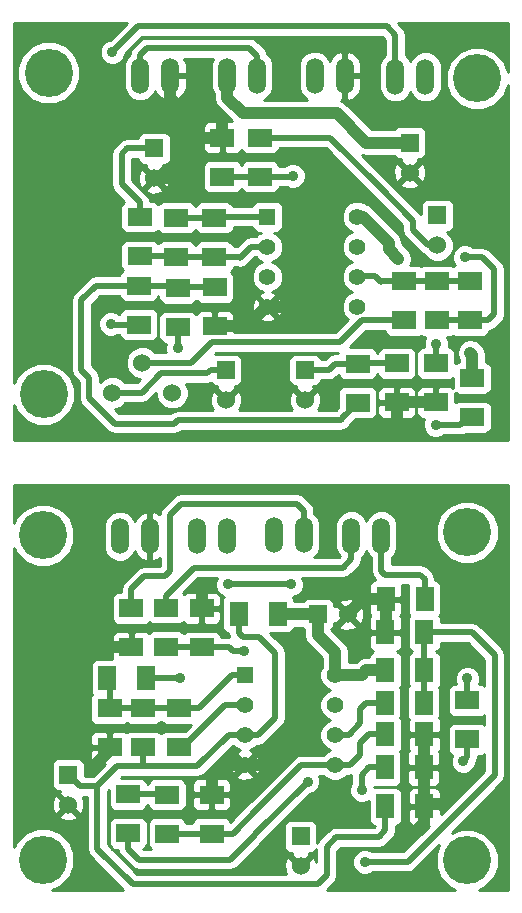
<source format=gtl>
G04 (created by PCBNEW-RS274X (2012-apr-16-27)-stable) date Sat 01 Mar 2014 16:34:46 GMT*
G01*
G70*
G90*
%MOIN*%
G04 Gerber Fmt 3.4, Leading zero omitted, Abs format*
%FSLAX34Y34*%
G04 APERTURE LIST*
%ADD10C,0.006000*%
%ADD11C,0.160000*%
%ADD12R,0.060000X0.080000*%
%ADD13R,0.080000X0.060000*%
%ADD14R,0.055000X0.055000*%
%ADD15C,0.055000*%
%ADD16O,0.059300X0.118700*%
%ADD17R,0.060000X0.060000*%
%ADD18C,0.060000*%
%ADD19C,0.035000*%
%ADD20C,0.020000*%
%ADD21C,0.040000*%
%ADD22C,0.010000*%
G04 APERTURE END LIST*
G54D10*
G54D11*
X57240Y-34940D03*
G54D12*
X68630Y-42680D03*
X69930Y-42680D03*
G54D13*
X62860Y-44890D03*
X62860Y-43590D03*
X61380Y-43590D03*
X61380Y-44890D03*
X71390Y-41740D03*
X71390Y-40440D03*
X61770Y-42000D03*
X61770Y-40700D03*
X60580Y-42000D03*
X60580Y-40700D03*
G54D12*
X69930Y-40520D03*
X68630Y-40520D03*
X68650Y-43980D03*
X69950Y-43980D03*
X65060Y-37550D03*
X63760Y-37550D03*
X69950Y-38180D03*
X68650Y-38180D03*
X68650Y-39440D03*
X69950Y-39440D03*
G54D13*
X60080Y-44870D03*
X60080Y-43570D03*
G54D12*
X68650Y-41580D03*
X69950Y-41580D03*
G54D14*
X63980Y-39600D03*
G54D15*
X63980Y-40600D03*
X63980Y-41600D03*
X63980Y-42600D03*
X66980Y-42600D03*
X66980Y-41600D03*
X66980Y-40600D03*
X66980Y-39600D03*
G54D16*
X64940Y-34940D03*
X65940Y-34940D03*
X67520Y-34960D03*
X68520Y-34960D03*
G54D13*
X59460Y-40710D03*
X59460Y-42010D03*
X60470Y-25630D03*
X60470Y-24330D03*
X71550Y-31000D03*
X71550Y-29700D03*
X61740Y-26700D03*
X61740Y-28000D03*
X67730Y-29220D03*
X67730Y-30520D03*
X69040Y-29210D03*
X69040Y-30510D03*
X70340Y-29210D03*
X70340Y-30510D03*
G54D12*
X69960Y-37070D03*
X68660Y-37070D03*
G54D13*
X61350Y-38660D03*
X61350Y-37360D03*
X60190Y-37370D03*
X60190Y-38670D03*
G54D12*
X59380Y-39710D03*
X60680Y-39710D03*
G54D13*
X62530Y-38670D03*
X62530Y-37370D03*
X62950Y-25660D03*
X62950Y-24360D03*
X69290Y-27780D03*
X69290Y-26480D03*
X71460Y-26480D03*
X71460Y-27780D03*
X64480Y-21690D03*
X64480Y-22990D03*
X63220Y-22990D03*
X63220Y-21690D03*
X62970Y-26670D03*
X62970Y-27970D03*
X60440Y-27920D03*
X60440Y-26620D03*
G54D16*
X59800Y-34970D03*
X60800Y-34970D03*
X62390Y-34970D03*
X63390Y-34970D03*
X63380Y-19620D03*
X64380Y-19620D03*
X68990Y-19650D03*
X69990Y-19650D03*
X60480Y-19620D03*
X61480Y-19620D03*
G54D14*
X64720Y-24325D03*
G54D15*
X64720Y-25325D03*
X64720Y-26325D03*
X64720Y-27325D03*
X67720Y-27325D03*
X67720Y-26325D03*
X67720Y-25325D03*
X67720Y-24325D03*
G54D17*
X70390Y-24280D03*
G54D18*
X70390Y-25280D03*
G54D17*
X65970Y-29430D03*
G54D18*
X65970Y-30430D03*
G54D17*
X63340Y-29430D03*
G54D18*
X63340Y-30430D03*
G54D17*
X69460Y-21850D03*
G54D18*
X69460Y-22850D03*
G54D17*
X60950Y-22040D03*
G54D18*
X60950Y-23040D03*
G54D17*
X66400Y-37580D03*
G54D18*
X67400Y-37580D03*
G54D16*
X66300Y-19630D03*
X67300Y-19630D03*
G54D18*
X59550Y-30190D03*
X60550Y-29190D03*
X61550Y-30190D03*
G54D11*
X71380Y-45780D03*
X71380Y-34840D03*
X57430Y-19530D03*
X57260Y-30240D03*
X71710Y-19710D03*
X57240Y-45750D03*
G54D13*
X61690Y-25660D03*
X61690Y-24360D03*
X70380Y-26480D03*
X70380Y-27780D03*
G54D17*
X65830Y-44980D03*
G54D18*
X65830Y-45980D03*
G54D17*
X58080Y-42920D03*
G54D18*
X58080Y-43920D03*
G54D19*
X59500Y-27890D03*
X59550Y-18840D03*
X70350Y-28550D03*
X65570Y-22960D03*
X67870Y-43440D03*
X71250Y-42470D03*
X63940Y-38800D03*
X66060Y-43150D03*
X71390Y-39710D03*
X65730Y-40215D03*
X71460Y-37035D03*
X59444Y-20988D03*
X58740Y-24178D03*
X58785Y-18540D03*
X62520Y-36610D03*
X66520Y-27410D03*
X58900Y-42670D03*
X57830Y-28810D03*
X57150Y-24885D03*
X57000Y-27990D03*
X58030Y-37415D03*
X59110Y-38680D03*
X70950Y-43300D03*
X59730Y-36210D03*
X69050Y-31280D03*
X69420Y-44890D03*
X61810Y-39710D03*
X63400Y-36580D03*
X65500Y-36580D03*
X67970Y-45830D03*
X71300Y-25670D03*
X70330Y-31260D03*
X61730Y-28700D03*
X71490Y-28860D03*
X69090Y-25730D03*
G54D20*
X66320Y-28510D02*
X62860Y-28510D01*
X67860Y-27780D02*
X67530Y-28110D01*
X69290Y-27780D02*
X67860Y-27780D01*
X62180Y-29190D02*
X60550Y-29190D01*
X67530Y-28110D02*
X67130Y-28510D01*
X62860Y-28510D02*
X62180Y-29190D01*
X67130Y-28510D02*
X66320Y-28510D01*
X59550Y-18840D02*
X60410Y-17980D01*
X68540Y-17980D02*
X68700Y-17980D01*
X68990Y-18270D02*
X68990Y-19650D01*
X60440Y-27920D02*
X59530Y-27920D01*
X60410Y-17980D02*
X68540Y-17980D01*
X68700Y-17980D02*
X68990Y-18270D01*
X59530Y-27920D02*
X59500Y-27890D01*
X70340Y-28560D02*
X70350Y-28550D01*
X70340Y-29210D02*
X70340Y-28560D01*
X65540Y-22990D02*
X65570Y-22960D01*
X64480Y-22990D02*
X65540Y-22990D01*
X64480Y-22990D02*
X63220Y-22990D01*
X64720Y-24325D02*
X62985Y-24325D01*
X61690Y-24360D02*
X62950Y-24360D01*
X62985Y-24325D02*
X62950Y-24360D01*
X59720Y-42640D02*
X60570Y-42640D01*
X59050Y-45390D02*
X59050Y-43310D01*
X59050Y-43310D02*
X59720Y-42640D01*
X60570Y-42640D02*
X61890Y-42640D01*
X67020Y-45000D02*
X66700Y-45320D01*
X63760Y-38190D02*
X63900Y-38330D01*
X60580Y-42000D02*
X60580Y-42490D01*
X64410Y-41600D02*
X63980Y-41600D01*
X64450Y-38330D02*
X64710Y-38590D01*
X62390Y-42640D02*
X61890Y-42640D01*
X63900Y-38330D02*
X64450Y-38330D01*
X64980Y-41030D02*
X64980Y-38860D01*
X58100Y-42920D02*
X58490Y-43310D01*
X63760Y-37550D02*
X63760Y-38190D01*
X58080Y-42920D02*
X58100Y-42920D01*
X64410Y-41600D02*
X64980Y-41030D01*
X66700Y-45320D02*
X66700Y-46280D01*
X68650Y-44780D02*
X68430Y-45000D01*
X63980Y-41600D02*
X63430Y-41600D01*
X63430Y-41600D02*
X62390Y-42640D01*
X66250Y-46570D02*
X60230Y-46570D01*
X60580Y-42490D02*
X60570Y-42500D01*
X60230Y-46570D02*
X59050Y-45390D01*
X68650Y-44760D02*
X68650Y-44780D01*
X66410Y-46570D02*
X66250Y-46570D01*
X68650Y-43980D02*
X68650Y-44760D01*
X58490Y-43310D02*
X59050Y-43310D01*
X68430Y-45000D02*
X67020Y-45000D01*
X66700Y-46280D02*
X66410Y-46570D01*
X60570Y-42500D02*
X60570Y-42640D01*
X64980Y-38860D02*
X64710Y-38590D01*
X67860Y-43020D02*
X67860Y-43430D01*
X63310Y-40600D02*
X63980Y-40600D01*
X67860Y-43020D02*
X67860Y-42940D01*
X61910Y-42000D02*
X63310Y-40600D01*
X68120Y-42680D02*
X68630Y-42680D01*
X61770Y-42000D02*
X61910Y-42000D01*
X67860Y-43430D02*
X67870Y-43440D01*
X67860Y-42940D02*
X68120Y-42680D01*
X64420Y-44030D02*
X64420Y-44040D01*
X66980Y-42600D02*
X65850Y-42600D01*
X64420Y-44040D02*
X63570Y-44890D01*
X65850Y-42600D02*
X64420Y-44030D01*
X67460Y-42600D02*
X66980Y-42600D01*
X62860Y-44890D02*
X61380Y-44890D01*
X68650Y-41580D02*
X68100Y-41580D01*
X68100Y-41580D02*
X67800Y-41880D01*
X67220Y-42600D02*
X66980Y-42600D01*
X63570Y-44890D02*
X62860Y-44890D01*
X67800Y-42260D02*
X67460Y-42600D01*
X67800Y-41880D02*
X67800Y-42260D01*
X71390Y-41740D02*
X71390Y-42340D01*
X67820Y-41210D02*
X67430Y-41600D01*
X71390Y-42340D02*
X71260Y-42470D01*
X67820Y-40720D02*
X67820Y-41210D01*
X71260Y-42470D02*
X71250Y-42470D01*
X67430Y-41600D02*
X66980Y-41600D01*
X68020Y-40520D02*
X67820Y-40720D01*
X68630Y-40520D02*
X68020Y-40520D01*
X64310Y-44930D02*
X63490Y-45750D01*
X71390Y-40440D02*
X71390Y-39710D01*
X60440Y-45750D02*
X63390Y-45750D01*
X60440Y-45750D02*
X60080Y-45390D01*
X64310Y-44900D02*
X64310Y-44930D01*
X63490Y-45750D02*
X63390Y-45750D01*
X61350Y-38660D02*
X62520Y-38660D01*
X60080Y-45390D02*
X60080Y-44870D01*
X66060Y-43150D02*
X64310Y-44900D01*
X62530Y-38670D02*
X63440Y-38670D01*
X62520Y-38660D02*
X62530Y-38670D01*
X63440Y-38670D02*
X63570Y-38800D01*
X63570Y-38800D02*
X63940Y-38800D01*
X62430Y-40700D02*
X61770Y-40700D01*
X63530Y-39600D02*
X62430Y-40700D01*
X60580Y-40700D02*
X61770Y-40700D01*
X59460Y-40710D02*
X59460Y-39790D01*
X63980Y-39600D02*
X63530Y-39600D01*
X59460Y-40710D02*
X60570Y-40710D01*
X59460Y-39790D02*
X59380Y-39710D01*
X60570Y-40710D02*
X60580Y-40700D01*
G54D21*
X69950Y-44530D02*
X69590Y-44890D01*
X71460Y-37035D02*
X71550Y-36945D01*
X71550Y-36945D02*
X72000Y-36945D01*
X65824Y-40309D02*
X65730Y-40215D01*
X63980Y-42600D02*
X64650Y-42600D01*
X64650Y-42600D02*
X65824Y-41426D01*
X63220Y-21010D02*
X62900Y-20690D01*
X69590Y-44890D02*
X69420Y-44890D01*
X65824Y-41426D02*
X65824Y-40309D01*
X69950Y-43980D02*
X69950Y-44530D01*
X59422Y-20966D02*
X60056Y-20966D01*
X58784Y-24816D02*
X58784Y-24222D01*
X59444Y-20988D02*
X59422Y-20966D01*
X59410Y-20980D02*
X60070Y-20980D01*
X58715Y-24885D02*
X58784Y-24816D01*
X58905Y-19410D02*
X58905Y-18660D01*
X60056Y-20966D02*
X60070Y-20980D01*
X57150Y-24885D02*
X58715Y-24885D01*
X59410Y-19915D02*
X58905Y-19410D01*
X57498Y-28498D02*
X57436Y-28560D01*
X58784Y-24222D02*
X58740Y-24178D01*
X58905Y-18660D02*
X58785Y-18540D01*
X62530Y-37370D02*
X62530Y-36620D01*
X60950Y-20980D02*
X61520Y-20410D01*
X57435Y-28560D02*
X57435Y-28435D01*
X57498Y-28488D02*
X57498Y-28498D01*
X57090Y-24945D02*
X57090Y-25200D01*
X57000Y-27990D02*
X57498Y-28488D01*
X63220Y-21690D02*
X63220Y-21010D01*
X60070Y-20980D02*
X60950Y-20980D01*
X69040Y-30510D02*
X69040Y-31270D01*
X61510Y-23040D02*
X61980Y-22570D01*
X68660Y-37070D02*
X68660Y-38170D01*
X70030Y-43900D02*
X69950Y-43980D01*
X61800Y-20690D02*
X61520Y-20410D01*
X62860Y-42900D02*
X63160Y-42600D01*
X57150Y-24885D02*
X57090Y-24945D01*
X59410Y-20980D02*
X59410Y-19915D01*
X57436Y-28560D02*
X57435Y-28560D01*
X62530Y-36620D02*
X62520Y-36610D01*
X59460Y-42010D02*
X59460Y-42110D01*
X59120Y-38670D02*
X60190Y-38670D01*
X62900Y-20690D02*
X61800Y-20690D01*
X64030Y-27970D02*
X64675Y-27325D01*
X69950Y-42700D02*
X69970Y-42680D01*
X59505Y-36210D02*
X59730Y-36210D01*
X61980Y-22570D02*
X61980Y-22130D01*
X57810Y-28810D02*
X57830Y-28810D01*
X68660Y-38170D02*
X68650Y-38180D01*
X69950Y-41580D02*
X69950Y-42660D01*
X63160Y-42600D02*
X63980Y-42600D01*
X58930Y-36785D02*
X59505Y-36210D01*
X58030Y-37415D02*
X58660Y-36785D01*
X58660Y-36785D02*
X58930Y-36785D01*
X62420Y-21690D02*
X63220Y-21690D01*
X61520Y-20410D02*
X61480Y-20370D01*
X62970Y-27970D02*
X64030Y-27970D01*
X67910Y-37070D02*
X67400Y-37580D01*
X59110Y-38680D02*
X59120Y-38670D01*
X64675Y-27325D02*
X64720Y-27325D01*
X70950Y-43300D02*
X70950Y-43530D01*
X62860Y-43590D02*
X62860Y-42900D01*
X68660Y-37070D02*
X67910Y-37070D01*
X61480Y-20370D02*
X61480Y-19620D01*
X69950Y-42700D02*
X69930Y-42680D01*
X60950Y-23040D02*
X61510Y-23040D01*
X57435Y-28435D02*
X57810Y-28810D01*
X64720Y-27325D02*
X66435Y-27325D01*
X70340Y-30510D02*
X69040Y-30510D01*
X69950Y-43980D02*
X69950Y-42700D01*
X70580Y-43900D02*
X70030Y-43900D01*
X69040Y-31270D02*
X69050Y-31280D01*
X69950Y-42660D02*
X69930Y-42680D01*
X70950Y-43530D02*
X70580Y-43900D01*
X61980Y-22130D02*
X62420Y-21690D01*
X66435Y-27325D02*
X66520Y-27410D01*
X59460Y-42110D02*
X58900Y-42670D01*
G54D20*
X69820Y-36250D02*
X68640Y-36250D01*
X69960Y-36390D02*
X69820Y-36250D01*
X68640Y-36250D02*
X68520Y-36130D01*
X69960Y-37070D02*
X69960Y-36390D01*
X68520Y-36130D02*
X68520Y-34960D01*
X61350Y-36950D02*
X61350Y-37360D01*
X62280Y-36020D02*
X61350Y-36950D01*
X67240Y-36020D02*
X62280Y-36020D01*
X67520Y-35740D02*
X67240Y-36020D01*
X67520Y-34960D02*
X67520Y-35740D01*
X60680Y-39710D02*
X61850Y-39710D01*
X61850Y-39710D02*
X61810Y-39710D01*
X63400Y-36580D02*
X65500Y-36580D01*
X63400Y-36580D02*
X63430Y-36550D01*
X61360Y-43570D02*
X61380Y-43590D01*
X60080Y-43570D02*
X61360Y-43570D01*
X61310Y-36310D02*
X61480Y-36140D01*
X61290Y-36310D02*
X61310Y-36310D01*
X60190Y-36730D02*
X60610Y-36310D01*
X61480Y-36140D02*
X61480Y-34260D01*
X65710Y-33890D02*
X65940Y-34120D01*
X60190Y-37370D02*
X60190Y-36730D01*
X61480Y-34260D02*
X61850Y-33890D01*
X65940Y-34120D02*
X65940Y-34940D01*
X60610Y-36310D02*
X61290Y-36310D01*
X61850Y-33890D02*
X65710Y-33890D01*
X68690Y-45830D02*
X67970Y-45830D01*
X69930Y-39460D02*
X69950Y-39440D01*
X72300Y-38940D02*
X72300Y-42930D01*
X69950Y-38180D02*
X69950Y-39440D01*
X69400Y-45830D02*
X68690Y-45830D01*
X69930Y-39460D02*
X69950Y-39440D01*
X71540Y-38180D02*
X72300Y-38940D01*
X72300Y-42930D02*
X69400Y-45830D01*
X69930Y-40520D02*
X69930Y-39460D01*
X69950Y-39440D02*
X69930Y-39460D01*
X71540Y-38180D02*
X69950Y-38180D01*
X60530Y-30190D02*
X59550Y-30190D01*
X61180Y-29540D02*
X60530Y-30190D01*
X62830Y-29430D02*
X62720Y-29540D01*
X63340Y-29430D02*
X62830Y-29430D01*
X62720Y-29540D02*
X61180Y-29540D01*
X70090Y-25280D02*
X69570Y-24760D01*
X69570Y-24450D02*
X68430Y-23310D01*
X68430Y-23310D02*
X66810Y-21690D01*
X66810Y-21690D02*
X64480Y-21690D01*
X69570Y-24760D02*
X69570Y-24450D01*
X70390Y-25280D02*
X70090Y-25280D01*
X72090Y-27780D02*
X72290Y-27580D01*
X71460Y-27780D02*
X72090Y-27780D01*
X70380Y-27780D02*
X71460Y-27780D01*
X71890Y-25670D02*
X71300Y-25670D01*
X72290Y-27580D02*
X72290Y-26070D01*
X72290Y-26070D02*
X71890Y-25670D01*
X67210Y-31040D02*
X67210Y-31050D01*
X58520Y-27110D02*
X59010Y-26620D01*
X58520Y-29420D02*
X58520Y-27110D01*
X67730Y-30520D02*
X67210Y-31040D01*
X59630Y-31220D02*
X58790Y-30380D01*
X60440Y-26620D02*
X61660Y-26620D01*
X67210Y-31050D02*
X67150Y-31110D01*
X58790Y-30380D02*
X58790Y-29690D01*
X61770Y-26670D02*
X61740Y-26700D01*
X62540Y-31110D02*
X61730Y-31110D01*
X61660Y-26620D02*
X61740Y-26700D01*
X59520Y-26620D02*
X60440Y-26620D01*
X67150Y-31110D02*
X66430Y-31110D01*
X66430Y-31110D02*
X62540Y-31110D01*
X62970Y-26670D02*
X61770Y-26670D01*
X61730Y-31110D02*
X61620Y-31220D01*
X58790Y-29690D02*
X58520Y-29420D01*
X59010Y-26620D02*
X59520Y-26620D01*
X61620Y-31220D02*
X59630Y-31220D01*
X60470Y-23840D02*
X60460Y-23840D01*
X60930Y-22060D02*
X60950Y-22040D01*
X60470Y-24330D02*
X60470Y-23840D01*
X59860Y-22230D02*
X60050Y-22040D01*
X59860Y-23240D02*
X59860Y-22420D01*
X59860Y-22420D02*
X59860Y-22230D01*
X60460Y-23840D02*
X59860Y-23240D01*
X60050Y-22040D02*
X60950Y-22040D01*
X66770Y-29430D02*
X65970Y-29430D01*
X67730Y-27335D02*
X67720Y-27325D01*
X66980Y-29220D02*
X66770Y-29430D01*
X71550Y-31000D02*
X71460Y-31000D01*
X67730Y-29220D02*
X66980Y-29220D01*
X71550Y-31000D02*
X71410Y-31000D01*
X71410Y-31000D02*
X71150Y-31260D01*
X67740Y-29210D02*
X67730Y-29220D01*
X71150Y-31260D02*
X70330Y-31260D01*
X69040Y-29210D02*
X67740Y-29210D01*
X61740Y-28690D02*
X61730Y-28700D01*
X61740Y-28000D02*
X61740Y-28690D01*
X64380Y-18960D02*
X64380Y-19620D01*
X60480Y-18920D02*
X60700Y-18700D01*
X60700Y-18700D02*
X64120Y-18700D01*
X60480Y-19620D02*
X60480Y-18920D01*
X64120Y-18700D02*
X64380Y-18960D01*
X68320Y-26310D02*
X67735Y-26310D01*
X67735Y-26310D02*
X67720Y-26325D01*
X68510Y-26500D02*
X68500Y-26490D01*
X68500Y-26490D02*
X68320Y-26310D01*
X69290Y-26480D02*
X68510Y-26480D01*
X71460Y-26480D02*
X70380Y-26480D01*
X69290Y-26480D02*
X70380Y-26480D01*
X68510Y-26480D02*
X68500Y-26490D01*
X62950Y-25660D02*
X61690Y-25660D01*
X60470Y-25630D02*
X61660Y-25630D01*
X61660Y-25630D02*
X61690Y-25660D01*
X63840Y-25660D02*
X62950Y-25660D01*
X64175Y-25325D02*
X63840Y-25660D01*
X64720Y-25325D02*
X64175Y-25325D01*
X63840Y-25660D02*
X63810Y-25690D01*
X62920Y-25630D02*
X62950Y-25660D01*
G54D21*
X69090Y-25730D02*
X68760Y-25400D01*
X67720Y-24325D02*
X67895Y-24325D01*
X71550Y-28920D02*
X71550Y-29700D01*
X63380Y-20350D02*
X63380Y-19620D01*
X71550Y-28920D02*
X71490Y-28860D01*
X68760Y-25190D02*
X68760Y-25400D01*
X67895Y-24325D02*
X68760Y-25190D01*
X67040Y-20870D02*
X63900Y-20870D01*
X63900Y-20870D02*
X63380Y-20350D01*
X69460Y-21850D02*
X68020Y-21850D01*
X68020Y-21850D02*
X67040Y-20870D01*
X68020Y-39440D02*
X67860Y-39600D01*
X67860Y-39600D02*
X66980Y-39600D01*
X66400Y-38260D02*
X66400Y-37580D01*
X65090Y-37580D02*
X65060Y-37550D01*
X66400Y-37580D02*
X65090Y-37580D01*
X66980Y-39600D02*
X66980Y-38840D01*
X68650Y-39440D02*
X68020Y-39440D01*
X66980Y-38840D02*
X66400Y-38260D01*
G54D10*
G36*
X68300Y-44635D02*
X68285Y-44650D01*
X67020Y-44650D01*
X66886Y-44677D01*
X66772Y-44753D01*
X66453Y-45073D01*
X66379Y-45183D01*
X66379Y-44631D01*
X66341Y-44539D01*
X66271Y-44469D01*
X66180Y-44431D01*
X66081Y-44431D01*
X65481Y-44431D01*
X65389Y-44469D01*
X65319Y-44539D01*
X65281Y-44630D01*
X65281Y-44729D01*
X65281Y-45329D01*
X65319Y-45421D01*
X65389Y-45491D01*
X65480Y-45529D01*
X65542Y-45529D01*
X65522Y-45602D01*
X65830Y-45909D01*
X66138Y-45602D01*
X66117Y-45529D01*
X66179Y-45529D01*
X66271Y-45491D01*
X66341Y-45421D01*
X66350Y-45399D01*
X66350Y-45816D01*
X66302Y-45699D01*
X66208Y-45672D01*
X65901Y-45980D01*
X65830Y-46051D01*
X65759Y-45980D01*
X65724Y-45945D01*
X65452Y-45672D01*
X65358Y-45699D01*
X65287Y-45901D01*
X65298Y-46114D01*
X65341Y-46220D01*
X60374Y-46220D01*
X59400Y-45245D01*
X59400Y-43454D01*
X59431Y-43423D01*
X59431Y-43919D01*
X59469Y-44011D01*
X59539Y-44081D01*
X59630Y-44119D01*
X59729Y-44119D01*
X60529Y-44119D01*
X60621Y-44081D01*
X60691Y-44011D01*
X60729Y-43920D01*
X60731Y-43920D01*
X60731Y-43939D01*
X60769Y-44031D01*
X60839Y-44101D01*
X60930Y-44139D01*
X61029Y-44139D01*
X61829Y-44139D01*
X61921Y-44101D01*
X61991Y-44031D01*
X62029Y-43940D01*
X62029Y-43841D01*
X62029Y-43241D01*
X61991Y-43149D01*
X61921Y-43079D01*
X61830Y-43041D01*
X61731Y-43041D01*
X60931Y-43041D01*
X60839Y-43079D01*
X60769Y-43149D01*
X60739Y-43220D01*
X60728Y-43220D01*
X60691Y-43129D01*
X60621Y-43059D01*
X60530Y-43021D01*
X60431Y-43021D01*
X59833Y-43021D01*
X59864Y-42990D01*
X60570Y-42990D01*
X61890Y-42990D01*
X62390Y-42990D01*
X62390Y-42989D01*
X62524Y-42963D01*
X62637Y-42887D01*
X63574Y-41950D01*
X63587Y-41950D01*
X63682Y-42045D01*
X63822Y-42103D01*
X63713Y-42148D01*
X63690Y-42239D01*
X63980Y-42529D01*
X64270Y-42239D01*
X64247Y-42148D01*
X64128Y-42106D01*
X64277Y-42045D01*
X64372Y-41950D01*
X64410Y-41950D01*
X64410Y-41949D01*
X64544Y-41923D01*
X64657Y-41847D01*
X65227Y-41278D01*
X65227Y-41277D01*
X65303Y-41164D01*
X65329Y-41030D01*
X65330Y-41030D01*
X65330Y-38860D01*
X65329Y-38859D01*
X65303Y-38726D01*
X65227Y-38613D01*
X65227Y-38612D01*
X64958Y-38344D01*
X64957Y-38343D01*
X64957Y-38342D01*
X64813Y-38199D01*
X65409Y-38199D01*
X65501Y-38161D01*
X65571Y-38091D01*
X65596Y-38030D01*
X65898Y-38030D01*
X65950Y-38082D01*
X65950Y-38260D01*
X65984Y-38433D01*
X66082Y-38578D01*
X66530Y-39026D01*
X66530Y-39314D01*
X66455Y-39495D01*
X66455Y-39704D01*
X66535Y-39897D01*
X66682Y-40045D01*
X66815Y-40100D01*
X66683Y-40155D01*
X66535Y-40302D01*
X66455Y-40495D01*
X66455Y-40704D01*
X66535Y-40897D01*
X66682Y-41045D01*
X66815Y-41100D01*
X66683Y-41155D01*
X66535Y-41302D01*
X66455Y-41495D01*
X66455Y-41704D01*
X66535Y-41897D01*
X66682Y-42045D01*
X66815Y-42100D01*
X66683Y-42155D01*
X66587Y-42250D01*
X65850Y-42250D01*
X65716Y-42277D01*
X65602Y-42353D01*
X64499Y-43456D01*
X64499Y-42674D01*
X64488Y-42470D01*
X64432Y-42333D01*
X64341Y-42310D01*
X64051Y-42600D01*
X64341Y-42890D01*
X64432Y-42867D01*
X64499Y-42674D01*
X64499Y-43456D01*
X64270Y-43685D01*
X64270Y-42961D01*
X63980Y-42671D01*
X63909Y-42742D01*
X63909Y-42600D01*
X63619Y-42310D01*
X63528Y-42333D01*
X63461Y-42526D01*
X63472Y-42730D01*
X63528Y-42867D01*
X63619Y-42890D01*
X63909Y-42600D01*
X63909Y-42742D01*
X63690Y-42961D01*
X63713Y-43052D01*
X63906Y-43119D01*
X64110Y-43108D01*
X64247Y-43052D01*
X64270Y-42961D01*
X64270Y-43685D01*
X64173Y-43783D01*
X64154Y-43810D01*
X63510Y-44454D01*
X63510Y-43702D01*
X63510Y-43478D01*
X63509Y-43241D01*
X63471Y-43149D01*
X63401Y-43079D01*
X63310Y-43041D01*
X63211Y-43041D01*
X62972Y-43040D01*
X62910Y-43102D01*
X62910Y-43540D01*
X63448Y-43540D01*
X63510Y-43478D01*
X63510Y-43702D01*
X63448Y-43640D01*
X62910Y-43640D01*
X62910Y-44078D01*
X62972Y-44140D01*
X63211Y-44139D01*
X63310Y-44139D01*
X63401Y-44101D01*
X63471Y-44031D01*
X63509Y-43939D01*
X63510Y-43702D01*
X63510Y-44454D01*
X63484Y-44481D01*
X63471Y-44449D01*
X63401Y-44379D01*
X63310Y-44341D01*
X63211Y-44341D01*
X62810Y-44341D01*
X62810Y-44078D01*
X62810Y-43640D01*
X62810Y-43540D01*
X62810Y-43102D01*
X62748Y-43040D01*
X62509Y-43041D01*
X62410Y-43041D01*
X62319Y-43079D01*
X62249Y-43149D01*
X62211Y-43241D01*
X62210Y-43478D01*
X62272Y-43540D01*
X62810Y-43540D01*
X62810Y-43640D01*
X62272Y-43640D01*
X62210Y-43702D01*
X62211Y-43939D01*
X62249Y-44031D01*
X62319Y-44101D01*
X62410Y-44139D01*
X62509Y-44139D01*
X62748Y-44140D01*
X62810Y-44078D01*
X62810Y-44341D01*
X62411Y-44341D01*
X62319Y-44379D01*
X62249Y-44449D01*
X62211Y-44540D01*
X62028Y-44540D01*
X61991Y-44449D01*
X61921Y-44379D01*
X61830Y-44341D01*
X61731Y-44341D01*
X60931Y-44341D01*
X60839Y-44379D01*
X60769Y-44449D01*
X60731Y-44540D01*
X60731Y-44639D01*
X60731Y-45239D01*
X60769Y-45331D01*
X60838Y-45400D01*
X60584Y-45400D01*
X60581Y-45397D01*
X60621Y-45381D01*
X60691Y-45311D01*
X60729Y-45220D01*
X60729Y-45121D01*
X60729Y-44521D01*
X60691Y-44429D01*
X60621Y-44359D01*
X60530Y-44321D01*
X60431Y-44321D01*
X59631Y-44321D01*
X59539Y-44359D01*
X59469Y-44429D01*
X59431Y-44520D01*
X59431Y-44619D01*
X59431Y-45219D01*
X59469Y-45311D01*
X59539Y-45381D01*
X59630Y-45419D01*
X59729Y-45419D01*
X59735Y-45419D01*
X59736Y-45419D01*
X59757Y-45524D01*
X59833Y-45637D01*
X60192Y-45997D01*
X60193Y-45997D01*
X60306Y-46073D01*
X60440Y-46100D01*
X63390Y-46100D01*
X63490Y-46100D01*
X63490Y-46099D01*
X63624Y-46073D01*
X63737Y-45997D01*
X64557Y-45178D01*
X64557Y-45177D01*
X64618Y-45085D01*
X66129Y-43575D01*
X66144Y-43575D01*
X66300Y-43511D01*
X66420Y-43391D01*
X66485Y-43235D01*
X66485Y-43066D01*
X66437Y-42950D01*
X66587Y-42950D01*
X66682Y-43045D01*
X66875Y-43125D01*
X67084Y-43125D01*
X67277Y-43045D01*
X67372Y-42950D01*
X67460Y-42950D01*
X67460Y-42949D01*
X67510Y-42939D01*
X67510Y-42940D01*
X67510Y-43020D01*
X67510Y-43199D01*
X67445Y-43355D01*
X67445Y-43524D01*
X67509Y-43680D01*
X67629Y-43800D01*
X67785Y-43865D01*
X67954Y-43865D01*
X68101Y-43804D01*
X68101Y-44429D01*
X68139Y-44521D01*
X68209Y-44591D01*
X68300Y-44629D01*
X68300Y-44635D01*
X68300Y-44635D01*
G37*
G54D22*
X68300Y-44635D02*
X68285Y-44650D01*
X67020Y-44650D01*
X66886Y-44677D01*
X66772Y-44753D01*
X66453Y-45073D01*
X66379Y-45183D01*
X66379Y-44631D01*
X66341Y-44539D01*
X66271Y-44469D01*
X66180Y-44431D01*
X66081Y-44431D01*
X65481Y-44431D01*
X65389Y-44469D01*
X65319Y-44539D01*
X65281Y-44630D01*
X65281Y-44729D01*
X65281Y-45329D01*
X65319Y-45421D01*
X65389Y-45491D01*
X65480Y-45529D01*
X65542Y-45529D01*
X65522Y-45602D01*
X65830Y-45909D01*
X66138Y-45602D01*
X66117Y-45529D01*
X66179Y-45529D01*
X66271Y-45491D01*
X66341Y-45421D01*
X66350Y-45399D01*
X66350Y-45816D01*
X66302Y-45699D01*
X66208Y-45672D01*
X65901Y-45980D01*
X65830Y-46051D01*
X65759Y-45980D01*
X65724Y-45945D01*
X65452Y-45672D01*
X65358Y-45699D01*
X65287Y-45901D01*
X65298Y-46114D01*
X65341Y-46220D01*
X60374Y-46220D01*
X59400Y-45245D01*
X59400Y-43454D01*
X59431Y-43423D01*
X59431Y-43919D01*
X59469Y-44011D01*
X59539Y-44081D01*
X59630Y-44119D01*
X59729Y-44119D01*
X60529Y-44119D01*
X60621Y-44081D01*
X60691Y-44011D01*
X60729Y-43920D01*
X60731Y-43920D01*
X60731Y-43939D01*
X60769Y-44031D01*
X60839Y-44101D01*
X60930Y-44139D01*
X61029Y-44139D01*
X61829Y-44139D01*
X61921Y-44101D01*
X61991Y-44031D01*
X62029Y-43940D01*
X62029Y-43841D01*
X62029Y-43241D01*
X61991Y-43149D01*
X61921Y-43079D01*
X61830Y-43041D01*
X61731Y-43041D01*
X60931Y-43041D01*
X60839Y-43079D01*
X60769Y-43149D01*
X60739Y-43220D01*
X60728Y-43220D01*
X60691Y-43129D01*
X60621Y-43059D01*
X60530Y-43021D01*
X60431Y-43021D01*
X59833Y-43021D01*
X59864Y-42990D01*
X60570Y-42990D01*
X61890Y-42990D01*
X62390Y-42990D01*
X62390Y-42989D01*
X62524Y-42963D01*
X62637Y-42887D01*
X63574Y-41950D01*
X63587Y-41950D01*
X63682Y-42045D01*
X63822Y-42103D01*
X63713Y-42148D01*
X63690Y-42239D01*
X63980Y-42529D01*
X64270Y-42239D01*
X64247Y-42148D01*
X64128Y-42106D01*
X64277Y-42045D01*
X64372Y-41950D01*
X64410Y-41950D01*
X64410Y-41949D01*
X64544Y-41923D01*
X64657Y-41847D01*
X65227Y-41278D01*
X65227Y-41277D01*
X65303Y-41164D01*
X65329Y-41030D01*
X65330Y-41030D01*
X65330Y-38860D01*
X65329Y-38859D01*
X65303Y-38726D01*
X65227Y-38613D01*
X65227Y-38612D01*
X64958Y-38344D01*
X64957Y-38343D01*
X64957Y-38342D01*
X64813Y-38199D01*
X65409Y-38199D01*
X65501Y-38161D01*
X65571Y-38091D01*
X65596Y-38030D01*
X65898Y-38030D01*
X65950Y-38082D01*
X65950Y-38260D01*
X65984Y-38433D01*
X66082Y-38578D01*
X66530Y-39026D01*
X66530Y-39314D01*
X66455Y-39495D01*
X66455Y-39704D01*
X66535Y-39897D01*
X66682Y-40045D01*
X66815Y-40100D01*
X66683Y-40155D01*
X66535Y-40302D01*
X66455Y-40495D01*
X66455Y-40704D01*
X66535Y-40897D01*
X66682Y-41045D01*
X66815Y-41100D01*
X66683Y-41155D01*
X66535Y-41302D01*
X66455Y-41495D01*
X66455Y-41704D01*
X66535Y-41897D01*
X66682Y-42045D01*
X66815Y-42100D01*
X66683Y-42155D01*
X66587Y-42250D01*
X65850Y-42250D01*
X65716Y-42277D01*
X65602Y-42353D01*
X64499Y-43456D01*
X64499Y-42674D01*
X64488Y-42470D01*
X64432Y-42333D01*
X64341Y-42310D01*
X64051Y-42600D01*
X64341Y-42890D01*
X64432Y-42867D01*
X64499Y-42674D01*
X64499Y-43456D01*
X64270Y-43685D01*
X64270Y-42961D01*
X63980Y-42671D01*
X63909Y-42742D01*
X63909Y-42600D01*
X63619Y-42310D01*
X63528Y-42333D01*
X63461Y-42526D01*
X63472Y-42730D01*
X63528Y-42867D01*
X63619Y-42890D01*
X63909Y-42600D01*
X63909Y-42742D01*
X63690Y-42961D01*
X63713Y-43052D01*
X63906Y-43119D01*
X64110Y-43108D01*
X64247Y-43052D01*
X64270Y-42961D01*
X64270Y-43685D01*
X64173Y-43783D01*
X64154Y-43810D01*
X63510Y-44454D01*
X63510Y-43702D01*
X63510Y-43478D01*
X63509Y-43241D01*
X63471Y-43149D01*
X63401Y-43079D01*
X63310Y-43041D01*
X63211Y-43041D01*
X62972Y-43040D01*
X62910Y-43102D01*
X62910Y-43540D01*
X63448Y-43540D01*
X63510Y-43478D01*
X63510Y-43702D01*
X63448Y-43640D01*
X62910Y-43640D01*
X62910Y-44078D01*
X62972Y-44140D01*
X63211Y-44139D01*
X63310Y-44139D01*
X63401Y-44101D01*
X63471Y-44031D01*
X63509Y-43939D01*
X63510Y-43702D01*
X63510Y-44454D01*
X63484Y-44481D01*
X63471Y-44449D01*
X63401Y-44379D01*
X63310Y-44341D01*
X63211Y-44341D01*
X62810Y-44341D01*
X62810Y-44078D01*
X62810Y-43640D01*
X62810Y-43540D01*
X62810Y-43102D01*
X62748Y-43040D01*
X62509Y-43041D01*
X62410Y-43041D01*
X62319Y-43079D01*
X62249Y-43149D01*
X62211Y-43241D01*
X62210Y-43478D01*
X62272Y-43540D01*
X62810Y-43540D01*
X62810Y-43640D01*
X62272Y-43640D01*
X62210Y-43702D01*
X62211Y-43939D01*
X62249Y-44031D01*
X62319Y-44101D01*
X62410Y-44139D01*
X62509Y-44139D01*
X62748Y-44140D01*
X62810Y-44078D01*
X62810Y-44341D01*
X62411Y-44341D01*
X62319Y-44379D01*
X62249Y-44449D01*
X62211Y-44540D01*
X62028Y-44540D01*
X61991Y-44449D01*
X61921Y-44379D01*
X61830Y-44341D01*
X61731Y-44341D01*
X60931Y-44341D01*
X60839Y-44379D01*
X60769Y-44449D01*
X60731Y-44540D01*
X60731Y-44639D01*
X60731Y-45239D01*
X60769Y-45331D01*
X60838Y-45400D01*
X60584Y-45400D01*
X60581Y-45397D01*
X60621Y-45381D01*
X60691Y-45311D01*
X60729Y-45220D01*
X60729Y-45121D01*
X60729Y-44521D01*
X60691Y-44429D01*
X60621Y-44359D01*
X60530Y-44321D01*
X60431Y-44321D01*
X59631Y-44321D01*
X59539Y-44359D01*
X59469Y-44429D01*
X59431Y-44520D01*
X59431Y-44619D01*
X59431Y-45219D01*
X59469Y-45311D01*
X59539Y-45381D01*
X59630Y-45419D01*
X59729Y-45419D01*
X59735Y-45419D01*
X59736Y-45419D01*
X59757Y-45524D01*
X59833Y-45637D01*
X60192Y-45997D01*
X60193Y-45997D01*
X60306Y-46073D01*
X60440Y-46100D01*
X63390Y-46100D01*
X63490Y-46100D01*
X63490Y-46099D01*
X63624Y-46073D01*
X63737Y-45997D01*
X64557Y-45178D01*
X64557Y-45177D01*
X64618Y-45085D01*
X66129Y-43575D01*
X66144Y-43575D01*
X66300Y-43511D01*
X66420Y-43391D01*
X66485Y-43235D01*
X66485Y-43066D01*
X66437Y-42950D01*
X66587Y-42950D01*
X66682Y-43045D01*
X66875Y-43125D01*
X67084Y-43125D01*
X67277Y-43045D01*
X67372Y-42950D01*
X67460Y-42950D01*
X67460Y-42949D01*
X67510Y-42939D01*
X67510Y-42940D01*
X67510Y-43020D01*
X67510Y-43199D01*
X67445Y-43355D01*
X67445Y-43524D01*
X67509Y-43680D01*
X67629Y-43800D01*
X67785Y-43865D01*
X67954Y-43865D01*
X68101Y-43804D01*
X68101Y-44429D01*
X68139Y-44521D01*
X68209Y-44591D01*
X68300Y-44629D01*
X68300Y-44635D01*
G54D10*
G36*
X71950Y-42785D02*
X70499Y-44236D01*
X70500Y-44092D01*
X70500Y-43868D01*
X70500Y-41692D01*
X70438Y-41630D01*
X70000Y-41630D01*
X70000Y-42072D01*
X69980Y-42092D01*
X69980Y-42630D01*
X70418Y-42630D01*
X70480Y-42568D01*
X70479Y-42329D01*
X70479Y-42230D01*
X70441Y-42140D01*
X70461Y-42121D01*
X70499Y-42030D01*
X70499Y-41931D01*
X70500Y-41692D01*
X70500Y-43868D01*
X70499Y-43629D01*
X70499Y-43530D01*
X70480Y-43484D01*
X70480Y-42792D01*
X70418Y-42730D01*
X69980Y-42730D01*
X69980Y-43268D01*
X70042Y-43330D01*
X70279Y-43329D01*
X70371Y-43291D01*
X70441Y-43221D01*
X70479Y-43130D01*
X70479Y-43031D01*
X70480Y-42792D01*
X70480Y-43484D01*
X70461Y-43439D01*
X70391Y-43369D01*
X70299Y-43331D01*
X70062Y-43330D01*
X70000Y-43392D01*
X70000Y-43930D01*
X70438Y-43930D01*
X70500Y-43868D01*
X70500Y-44092D01*
X70438Y-44030D01*
X70000Y-44030D01*
X70000Y-44568D01*
X70062Y-44630D01*
X70105Y-44629D01*
X69900Y-44834D01*
X69900Y-44568D01*
X69900Y-44030D01*
X69900Y-43930D01*
X69900Y-43392D01*
X69900Y-42168D01*
X69900Y-41630D01*
X69462Y-41630D01*
X69400Y-41692D01*
X69401Y-41931D01*
X69401Y-42030D01*
X69438Y-42119D01*
X69419Y-42139D01*
X69381Y-42230D01*
X69381Y-42329D01*
X69380Y-42568D01*
X69442Y-42630D01*
X69880Y-42630D01*
X69880Y-42188D01*
X69900Y-42168D01*
X69900Y-43392D01*
X69838Y-43330D01*
X69818Y-43330D01*
X69880Y-43268D01*
X69880Y-42730D01*
X69442Y-42730D01*
X69380Y-42792D01*
X69381Y-43031D01*
X69381Y-43130D01*
X69419Y-43221D01*
X69489Y-43291D01*
X69581Y-43329D01*
X69818Y-43330D01*
X69601Y-43331D01*
X69509Y-43369D01*
X69439Y-43439D01*
X69401Y-43530D01*
X69401Y-43629D01*
X69400Y-43868D01*
X69462Y-43930D01*
X69900Y-43930D01*
X69900Y-44030D01*
X69462Y-44030D01*
X69400Y-44092D01*
X69401Y-44331D01*
X69401Y-44430D01*
X69439Y-44521D01*
X69509Y-44591D01*
X69601Y-44629D01*
X69838Y-44630D01*
X69900Y-44568D01*
X69900Y-44834D01*
X69255Y-45480D01*
X69210Y-45480D01*
X69210Y-37182D01*
X69148Y-37120D01*
X68710Y-37120D01*
X68710Y-37582D01*
X68700Y-37592D01*
X68700Y-38130D01*
X69138Y-38130D01*
X69200Y-38068D01*
X69199Y-37829D01*
X69199Y-37730D01*
X69161Y-37639D01*
X69152Y-37630D01*
X69171Y-37611D01*
X69209Y-37520D01*
X69209Y-37421D01*
X69210Y-37182D01*
X69210Y-45480D01*
X68690Y-45480D01*
X68221Y-45480D01*
X68211Y-45470D01*
X68055Y-45405D01*
X67886Y-45405D01*
X67730Y-45469D01*
X67610Y-45589D01*
X67545Y-45745D01*
X67545Y-45914D01*
X67609Y-46070D01*
X67729Y-46190D01*
X67885Y-46255D01*
X68054Y-46255D01*
X68210Y-46191D01*
X68221Y-46180D01*
X68690Y-46180D01*
X69400Y-46180D01*
X69400Y-46179D01*
X69534Y-46153D01*
X69647Y-46077D01*
X70454Y-45269D01*
X70330Y-45570D01*
X70330Y-45988D01*
X70490Y-46374D01*
X70785Y-46670D01*
X70989Y-46755D01*
X66719Y-46755D01*
X66947Y-46528D01*
X66947Y-46527D01*
X67023Y-46414D01*
X67049Y-46280D01*
X67050Y-46280D01*
X67050Y-45464D01*
X67164Y-45350D01*
X68430Y-45350D01*
X68430Y-45349D01*
X68564Y-45323D01*
X68677Y-45247D01*
X68897Y-45028D01*
X68897Y-45027D01*
X68973Y-44914D01*
X68999Y-44780D01*
X69000Y-44780D01*
X69000Y-44760D01*
X69000Y-44628D01*
X69091Y-44591D01*
X69161Y-44521D01*
X69199Y-44430D01*
X69199Y-44331D01*
X69199Y-43531D01*
X69161Y-43439D01*
X69091Y-43369D01*
X69000Y-43331D01*
X68901Y-43331D01*
X68301Y-43331D01*
X68287Y-43336D01*
X68283Y-43329D01*
X68379Y-43329D01*
X68979Y-43329D01*
X69071Y-43291D01*
X69141Y-43221D01*
X69179Y-43130D01*
X69179Y-43031D01*
X69179Y-42231D01*
X69141Y-42140D01*
X69161Y-42121D01*
X69199Y-42030D01*
X69199Y-41931D01*
X69199Y-41131D01*
X69161Y-41039D01*
X69153Y-41031D01*
X69179Y-40970D01*
X69179Y-40871D01*
X69179Y-40071D01*
X69147Y-39994D01*
X69161Y-39981D01*
X69199Y-39890D01*
X69199Y-39791D01*
X69199Y-38991D01*
X69161Y-38899D01*
X69091Y-38829D01*
X69045Y-38809D01*
X69091Y-38791D01*
X69161Y-38721D01*
X69199Y-38630D01*
X69199Y-38531D01*
X69200Y-38292D01*
X69138Y-38230D01*
X68750Y-38230D01*
X68700Y-38230D01*
X68610Y-38230D01*
X68610Y-37658D01*
X68610Y-37120D01*
X68172Y-37120D01*
X68110Y-37182D01*
X68111Y-37421D01*
X68111Y-37520D01*
X68149Y-37611D01*
X68158Y-37620D01*
X68139Y-37639D01*
X68101Y-37730D01*
X68101Y-37829D01*
X68100Y-38068D01*
X68162Y-38130D01*
X68600Y-38130D01*
X68600Y-37668D01*
X68610Y-37658D01*
X68610Y-38230D01*
X68600Y-38230D01*
X68550Y-38230D01*
X68162Y-38230D01*
X68100Y-38292D01*
X68101Y-38531D01*
X68101Y-38630D01*
X68139Y-38721D01*
X68209Y-38791D01*
X68255Y-38810D01*
X68209Y-38829D01*
X68139Y-38899D01*
X68101Y-38990D01*
X68020Y-38990D01*
X67943Y-39005D01*
X67943Y-37659D01*
X67932Y-37446D01*
X67872Y-37299D01*
X67778Y-37272D01*
X67708Y-37342D01*
X67708Y-37202D01*
X67681Y-37108D01*
X67479Y-37037D01*
X67266Y-37048D01*
X67119Y-37108D01*
X67092Y-37202D01*
X67400Y-37509D01*
X67708Y-37202D01*
X67708Y-37342D01*
X67471Y-37580D01*
X67778Y-37888D01*
X67872Y-37861D01*
X67943Y-37659D01*
X67943Y-39005D01*
X67847Y-39024D01*
X67708Y-39117D01*
X67708Y-37958D01*
X67400Y-37651D01*
X67092Y-37958D01*
X67119Y-38052D01*
X67321Y-38123D01*
X67534Y-38112D01*
X67681Y-38052D01*
X67708Y-37958D01*
X67708Y-39117D01*
X67702Y-39122D01*
X67674Y-39150D01*
X67430Y-39150D01*
X67430Y-38840D01*
X67396Y-38668D01*
X67396Y-38667D01*
X67298Y-38522D01*
X66854Y-38078D01*
X66911Y-38021D01*
X66949Y-37930D01*
X66949Y-37867D01*
X67022Y-37888D01*
X67329Y-37580D01*
X67022Y-37272D01*
X66949Y-37292D01*
X66949Y-37231D01*
X66911Y-37139D01*
X66841Y-37069D01*
X66750Y-37031D01*
X66651Y-37031D01*
X66051Y-37031D01*
X65959Y-37069D01*
X65898Y-37130D01*
X65609Y-37130D01*
X65609Y-37101D01*
X65571Y-37009D01*
X65567Y-37005D01*
X65584Y-37005D01*
X65740Y-36941D01*
X65860Y-36821D01*
X65925Y-36665D01*
X65925Y-36496D01*
X65873Y-36370D01*
X67240Y-36370D01*
X67240Y-36369D01*
X67374Y-36343D01*
X67487Y-36267D01*
X67767Y-35988D01*
X67767Y-35987D01*
X67797Y-35942D01*
X67842Y-35874D01*
X67843Y-35874D01*
X67869Y-35741D01*
X67870Y-35740D01*
X67870Y-35681D01*
X67974Y-35577D01*
X68019Y-35466D01*
X68065Y-35576D01*
X68170Y-35681D01*
X68170Y-36130D01*
X68197Y-36264D01*
X68273Y-36377D01*
X68316Y-36420D01*
X68311Y-36421D01*
X68219Y-36459D01*
X68149Y-36529D01*
X68111Y-36620D01*
X68111Y-36719D01*
X68110Y-36958D01*
X68172Y-37020D01*
X68560Y-37020D01*
X68610Y-37020D01*
X68710Y-37020D01*
X68760Y-37020D01*
X69148Y-37020D01*
X69210Y-36958D01*
X69209Y-36719D01*
X69209Y-36620D01*
X69200Y-36600D01*
X69419Y-36600D01*
X69411Y-36620D01*
X69411Y-36719D01*
X69411Y-37519D01*
X69449Y-37611D01*
X69458Y-37620D01*
X69439Y-37639D01*
X69401Y-37730D01*
X69401Y-37829D01*
X69401Y-38629D01*
X69439Y-38721D01*
X69509Y-38791D01*
X69554Y-38810D01*
X69509Y-38829D01*
X69439Y-38899D01*
X69401Y-38990D01*
X69401Y-39089D01*
X69401Y-39889D01*
X69432Y-39965D01*
X69419Y-39979D01*
X69381Y-40070D01*
X69381Y-40169D01*
X69381Y-40969D01*
X69419Y-41061D01*
X69426Y-41068D01*
X69401Y-41130D01*
X69401Y-41229D01*
X69400Y-41468D01*
X69462Y-41530D01*
X69850Y-41530D01*
X69900Y-41530D01*
X70000Y-41530D01*
X70050Y-41530D01*
X70438Y-41530D01*
X70500Y-41468D01*
X70499Y-41229D01*
X70499Y-41130D01*
X70461Y-41039D01*
X70453Y-41031D01*
X70479Y-40970D01*
X70479Y-40871D01*
X70479Y-40071D01*
X70447Y-39994D01*
X70461Y-39981D01*
X70499Y-39890D01*
X70499Y-39791D01*
X70499Y-38991D01*
X70461Y-38899D01*
X70391Y-38829D01*
X70345Y-38809D01*
X70391Y-38791D01*
X70461Y-38721D01*
X70499Y-38630D01*
X70499Y-38531D01*
X70499Y-38530D01*
X71395Y-38530D01*
X71950Y-39084D01*
X71950Y-39948D01*
X71931Y-39929D01*
X71840Y-39891D01*
X71775Y-39891D01*
X71815Y-39795D01*
X71815Y-39626D01*
X71751Y-39470D01*
X71631Y-39350D01*
X71475Y-39285D01*
X71306Y-39285D01*
X71150Y-39349D01*
X71030Y-39469D01*
X70965Y-39625D01*
X70965Y-39794D01*
X71004Y-39891D01*
X70941Y-39891D01*
X70849Y-39929D01*
X70779Y-39999D01*
X70741Y-40090D01*
X70741Y-40189D01*
X70741Y-40789D01*
X70779Y-40881D01*
X70849Y-40951D01*
X70940Y-40989D01*
X71039Y-40989D01*
X71839Y-40989D01*
X71931Y-40951D01*
X71950Y-40932D01*
X71950Y-41248D01*
X71931Y-41229D01*
X71840Y-41191D01*
X71741Y-41191D01*
X70941Y-41191D01*
X70849Y-41229D01*
X70779Y-41299D01*
X70741Y-41390D01*
X70741Y-41489D01*
X70741Y-42089D01*
X70779Y-42181D01*
X70849Y-42251D01*
X70876Y-42262D01*
X70825Y-42385D01*
X70825Y-42554D01*
X70889Y-42710D01*
X71009Y-42830D01*
X71165Y-42895D01*
X71334Y-42895D01*
X71490Y-42831D01*
X71610Y-42711D01*
X71675Y-42555D01*
X71675Y-42531D01*
X71675Y-42530D01*
X71713Y-42474D01*
X71739Y-42341D01*
X71740Y-42340D01*
X71740Y-42289D01*
X71839Y-42289D01*
X71931Y-42251D01*
X71950Y-42232D01*
X71950Y-42785D01*
X71950Y-42785D01*
G37*
G54D22*
X71950Y-42785D02*
X70499Y-44236D01*
X70500Y-44092D01*
X70500Y-43868D01*
X70500Y-41692D01*
X70438Y-41630D01*
X70000Y-41630D01*
X70000Y-42072D01*
X69980Y-42092D01*
X69980Y-42630D01*
X70418Y-42630D01*
X70480Y-42568D01*
X70479Y-42329D01*
X70479Y-42230D01*
X70441Y-42140D01*
X70461Y-42121D01*
X70499Y-42030D01*
X70499Y-41931D01*
X70500Y-41692D01*
X70500Y-43868D01*
X70499Y-43629D01*
X70499Y-43530D01*
X70480Y-43484D01*
X70480Y-42792D01*
X70418Y-42730D01*
X69980Y-42730D01*
X69980Y-43268D01*
X70042Y-43330D01*
X70279Y-43329D01*
X70371Y-43291D01*
X70441Y-43221D01*
X70479Y-43130D01*
X70479Y-43031D01*
X70480Y-42792D01*
X70480Y-43484D01*
X70461Y-43439D01*
X70391Y-43369D01*
X70299Y-43331D01*
X70062Y-43330D01*
X70000Y-43392D01*
X70000Y-43930D01*
X70438Y-43930D01*
X70500Y-43868D01*
X70500Y-44092D01*
X70438Y-44030D01*
X70000Y-44030D01*
X70000Y-44568D01*
X70062Y-44630D01*
X70105Y-44629D01*
X69900Y-44834D01*
X69900Y-44568D01*
X69900Y-44030D01*
X69900Y-43930D01*
X69900Y-43392D01*
X69900Y-42168D01*
X69900Y-41630D01*
X69462Y-41630D01*
X69400Y-41692D01*
X69401Y-41931D01*
X69401Y-42030D01*
X69438Y-42119D01*
X69419Y-42139D01*
X69381Y-42230D01*
X69381Y-42329D01*
X69380Y-42568D01*
X69442Y-42630D01*
X69880Y-42630D01*
X69880Y-42188D01*
X69900Y-42168D01*
X69900Y-43392D01*
X69838Y-43330D01*
X69818Y-43330D01*
X69880Y-43268D01*
X69880Y-42730D01*
X69442Y-42730D01*
X69380Y-42792D01*
X69381Y-43031D01*
X69381Y-43130D01*
X69419Y-43221D01*
X69489Y-43291D01*
X69581Y-43329D01*
X69818Y-43330D01*
X69601Y-43331D01*
X69509Y-43369D01*
X69439Y-43439D01*
X69401Y-43530D01*
X69401Y-43629D01*
X69400Y-43868D01*
X69462Y-43930D01*
X69900Y-43930D01*
X69900Y-44030D01*
X69462Y-44030D01*
X69400Y-44092D01*
X69401Y-44331D01*
X69401Y-44430D01*
X69439Y-44521D01*
X69509Y-44591D01*
X69601Y-44629D01*
X69838Y-44630D01*
X69900Y-44568D01*
X69900Y-44834D01*
X69255Y-45480D01*
X69210Y-45480D01*
X69210Y-37182D01*
X69148Y-37120D01*
X68710Y-37120D01*
X68710Y-37582D01*
X68700Y-37592D01*
X68700Y-38130D01*
X69138Y-38130D01*
X69200Y-38068D01*
X69199Y-37829D01*
X69199Y-37730D01*
X69161Y-37639D01*
X69152Y-37630D01*
X69171Y-37611D01*
X69209Y-37520D01*
X69209Y-37421D01*
X69210Y-37182D01*
X69210Y-45480D01*
X68690Y-45480D01*
X68221Y-45480D01*
X68211Y-45470D01*
X68055Y-45405D01*
X67886Y-45405D01*
X67730Y-45469D01*
X67610Y-45589D01*
X67545Y-45745D01*
X67545Y-45914D01*
X67609Y-46070D01*
X67729Y-46190D01*
X67885Y-46255D01*
X68054Y-46255D01*
X68210Y-46191D01*
X68221Y-46180D01*
X68690Y-46180D01*
X69400Y-46180D01*
X69400Y-46179D01*
X69534Y-46153D01*
X69647Y-46077D01*
X70454Y-45269D01*
X70330Y-45570D01*
X70330Y-45988D01*
X70490Y-46374D01*
X70785Y-46670D01*
X70989Y-46755D01*
X66719Y-46755D01*
X66947Y-46528D01*
X66947Y-46527D01*
X67023Y-46414D01*
X67049Y-46280D01*
X67050Y-46280D01*
X67050Y-45464D01*
X67164Y-45350D01*
X68430Y-45350D01*
X68430Y-45349D01*
X68564Y-45323D01*
X68677Y-45247D01*
X68897Y-45028D01*
X68897Y-45027D01*
X68973Y-44914D01*
X68999Y-44780D01*
X69000Y-44780D01*
X69000Y-44760D01*
X69000Y-44628D01*
X69091Y-44591D01*
X69161Y-44521D01*
X69199Y-44430D01*
X69199Y-44331D01*
X69199Y-43531D01*
X69161Y-43439D01*
X69091Y-43369D01*
X69000Y-43331D01*
X68901Y-43331D01*
X68301Y-43331D01*
X68287Y-43336D01*
X68283Y-43329D01*
X68379Y-43329D01*
X68979Y-43329D01*
X69071Y-43291D01*
X69141Y-43221D01*
X69179Y-43130D01*
X69179Y-43031D01*
X69179Y-42231D01*
X69141Y-42140D01*
X69161Y-42121D01*
X69199Y-42030D01*
X69199Y-41931D01*
X69199Y-41131D01*
X69161Y-41039D01*
X69153Y-41031D01*
X69179Y-40970D01*
X69179Y-40871D01*
X69179Y-40071D01*
X69147Y-39994D01*
X69161Y-39981D01*
X69199Y-39890D01*
X69199Y-39791D01*
X69199Y-38991D01*
X69161Y-38899D01*
X69091Y-38829D01*
X69045Y-38809D01*
X69091Y-38791D01*
X69161Y-38721D01*
X69199Y-38630D01*
X69199Y-38531D01*
X69200Y-38292D01*
X69138Y-38230D01*
X68750Y-38230D01*
X68700Y-38230D01*
X68610Y-38230D01*
X68610Y-37658D01*
X68610Y-37120D01*
X68172Y-37120D01*
X68110Y-37182D01*
X68111Y-37421D01*
X68111Y-37520D01*
X68149Y-37611D01*
X68158Y-37620D01*
X68139Y-37639D01*
X68101Y-37730D01*
X68101Y-37829D01*
X68100Y-38068D01*
X68162Y-38130D01*
X68600Y-38130D01*
X68600Y-37668D01*
X68610Y-37658D01*
X68610Y-38230D01*
X68600Y-38230D01*
X68550Y-38230D01*
X68162Y-38230D01*
X68100Y-38292D01*
X68101Y-38531D01*
X68101Y-38630D01*
X68139Y-38721D01*
X68209Y-38791D01*
X68255Y-38810D01*
X68209Y-38829D01*
X68139Y-38899D01*
X68101Y-38990D01*
X68020Y-38990D01*
X67943Y-39005D01*
X67943Y-37659D01*
X67932Y-37446D01*
X67872Y-37299D01*
X67778Y-37272D01*
X67708Y-37342D01*
X67708Y-37202D01*
X67681Y-37108D01*
X67479Y-37037D01*
X67266Y-37048D01*
X67119Y-37108D01*
X67092Y-37202D01*
X67400Y-37509D01*
X67708Y-37202D01*
X67708Y-37342D01*
X67471Y-37580D01*
X67778Y-37888D01*
X67872Y-37861D01*
X67943Y-37659D01*
X67943Y-39005D01*
X67847Y-39024D01*
X67708Y-39117D01*
X67708Y-37958D01*
X67400Y-37651D01*
X67092Y-37958D01*
X67119Y-38052D01*
X67321Y-38123D01*
X67534Y-38112D01*
X67681Y-38052D01*
X67708Y-37958D01*
X67708Y-39117D01*
X67702Y-39122D01*
X67674Y-39150D01*
X67430Y-39150D01*
X67430Y-38840D01*
X67396Y-38668D01*
X67396Y-38667D01*
X67298Y-38522D01*
X66854Y-38078D01*
X66911Y-38021D01*
X66949Y-37930D01*
X66949Y-37867D01*
X67022Y-37888D01*
X67329Y-37580D01*
X67022Y-37272D01*
X66949Y-37292D01*
X66949Y-37231D01*
X66911Y-37139D01*
X66841Y-37069D01*
X66750Y-37031D01*
X66651Y-37031D01*
X66051Y-37031D01*
X65959Y-37069D01*
X65898Y-37130D01*
X65609Y-37130D01*
X65609Y-37101D01*
X65571Y-37009D01*
X65567Y-37005D01*
X65584Y-37005D01*
X65740Y-36941D01*
X65860Y-36821D01*
X65925Y-36665D01*
X65925Y-36496D01*
X65873Y-36370D01*
X67240Y-36370D01*
X67240Y-36369D01*
X67374Y-36343D01*
X67487Y-36267D01*
X67767Y-35988D01*
X67767Y-35987D01*
X67797Y-35942D01*
X67842Y-35874D01*
X67843Y-35874D01*
X67869Y-35741D01*
X67870Y-35740D01*
X67870Y-35681D01*
X67974Y-35577D01*
X68019Y-35466D01*
X68065Y-35576D01*
X68170Y-35681D01*
X68170Y-36130D01*
X68197Y-36264D01*
X68273Y-36377D01*
X68316Y-36420D01*
X68311Y-36421D01*
X68219Y-36459D01*
X68149Y-36529D01*
X68111Y-36620D01*
X68111Y-36719D01*
X68110Y-36958D01*
X68172Y-37020D01*
X68560Y-37020D01*
X68610Y-37020D01*
X68710Y-37020D01*
X68760Y-37020D01*
X69148Y-37020D01*
X69210Y-36958D01*
X69209Y-36719D01*
X69209Y-36620D01*
X69200Y-36600D01*
X69419Y-36600D01*
X69411Y-36620D01*
X69411Y-36719D01*
X69411Y-37519D01*
X69449Y-37611D01*
X69458Y-37620D01*
X69439Y-37639D01*
X69401Y-37730D01*
X69401Y-37829D01*
X69401Y-38629D01*
X69439Y-38721D01*
X69509Y-38791D01*
X69554Y-38810D01*
X69509Y-38829D01*
X69439Y-38899D01*
X69401Y-38990D01*
X69401Y-39089D01*
X69401Y-39889D01*
X69432Y-39965D01*
X69419Y-39979D01*
X69381Y-40070D01*
X69381Y-40169D01*
X69381Y-40969D01*
X69419Y-41061D01*
X69426Y-41068D01*
X69401Y-41130D01*
X69401Y-41229D01*
X69400Y-41468D01*
X69462Y-41530D01*
X69850Y-41530D01*
X69900Y-41530D01*
X70000Y-41530D01*
X70050Y-41530D01*
X70438Y-41530D01*
X70500Y-41468D01*
X70499Y-41229D01*
X70499Y-41130D01*
X70461Y-41039D01*
X70453Y-41031D01*
X70479Y-40970D01*
X70479Y-40871D01*
X70479Y-40071D01*
X70447Y-39994D01*
X70461Y-39981D01*
X70499Y-39890D01*
X70499Y-39791D01*
X70499Y-38991D01*
X70461Y-38899D01*
X70391Y-38829D01*
X70345Y-38809D01*
X70391Y-38791D01*
X70461Y-38721D01*
X70499Y-38630D01*
X70499Y-38531D01*
X70499Y-38530D01*
X71395Y-38530D01*
X71950Y-39084D01*
X71950Y-39948D01*
X71931Y-39929D01*
X71840Y-39891D01*
X71775Y-39891D01*
X71815Y-39795D01*
X71815Y-39626D01*
X71751Y-39470D01*
X71631Y-39350D01*
X71475Y-39285D01*
X71306Y-39285D01*
X71150Y-39349D01*
X71030Y-39469D01*
X70965Y-39625D01*
X70965Y-39794D01*
X71004Y-39891D01*
X70941Y-39891D01*
X70849Y-39929D01*
X70779Y-39999D01*
X70741Y-40090D01*
X70741Y-40189D01*
X70741Y-40789D01*
X70779Y-40881D01*
X70849Y-40951D01*
X70940Y-40989D01*
X71039Y-40989D01*
X71839Y-40989D01*
X71931Y-40951D01*
X71950Y-40932D01*
X71950Y-41248D01*
X71931Y-41229D01*
X71840Y-41191D01*
X71741Y-41191D01*
X70941Y-41191D01*
X70849Y-41229D01*
X70779Y-41299D01*
X70741Y-41390D01*
X70741Y-41489D01*
X70741Y-42089D01*
X70779Y-42181D01*
X70849Y-42251D01*
X70876Y-42262D01*
X70825Y-42385D01*
X70825Y-42554D01*
X70889Y-42710D01*
X71009Y-42830D01*
X71165Y-42895D01*
X71334Y-42895D01*
X71490Y-42831D01*
X71610Y-42711D01*
X71675Y-42555D01*
X71675Y-42531D01*
X71675Y-42530D01*
X71713Y-42474D01*
X71739Y-42341D01*
X71740Y-42340D01*
X71740Y-42289D01*
X71839Y-42289D01*
X71931Y-42251D01*
X71950Y-42232D01*
X71950Y-42785D01*
G54D10*
G36*
X72755Y-46755D02*
X71768Y-46755D01*
X71974Y-46670D01*
X72270Y-46375D01*
X72430Y-45990D01*
X72430Y-45572D01*
X72270Y-45186D01*
X71975Y-44890D01*
X71590Y-44730D01*
X71172Y-44730D01*
X70868Y-44855D01*
X72547Y-43178D01*
X72547Y-43177D01*
X72623Y-43064D01*
X72649Y-42930D01*
X72650Y-42930D01*
X72650Y-38940D01*
X72649Y-38939D01*
X72623Y-38806D01*
X72547Y-38693D01*
X72547Y-38692D01*
X72430Y-38575D01*
X72430Y-35050D01*
X72430Y-34632D01*
X72270Y-34246D01*
X71975Y-33950D01*
X71590Y-33790D01*
X71172Y-33790D01*
X70786Y-33950D01*
X70490Y-34245D01*
X70330Y-34630D01*
X70330Y-35048D01*
X70490Y-35434D01*
X70785Y-35730D01*
X71170Y-35890D01*
X71588Y-35890D01*
X71974Y-35730D01*
X72270Y-35435D01*
X72430Y-35050D01*
X72430Y-38575D01*
X71787Y-37933D01*
X71674Y-37857D01*
X71540Y-37830D01*
X70499Y-37830D01*
X70499Y-37731D01*
X70461Y-37639D01*
X70452Y-37630D01*
X70471Y-37611D01*
X70509Y-37520D01*
X70509Y-37421D01*
X70509Y-36621D01*
X70471Y-36529D01*
X70401Y-36459D01*
X70310Y-36421D01*
X70310Y-36390D01*
X70309Y-36389D01*
X70283Y-36256D01*
X70237Y-36187D01*
X70207Y-36143D01*
X70207Y-36142D01*
X70067Y-36003D01*
X69954Y-35927D01*
X69820Y-35900D01*
X68870Y-35900D01*
X68870Y-35681D01*
X68974Y-35577D01*
X69056Y-35380D01*
X69056Y-35167D01*
X69056Y-34541D01*
X68975Y-34344D01*
X68824Y-34193D01*
X68627Y-34111D01*
X68414Y-34111D01*
X68217Y-34192D01*
X68066Y-34343D01*
X68020Y-34453D01*
X67975Y-34344D01*
X67824Y-34193D01*
X67627Y-34111D01*
X67414Y-34111D01*
X67217Y-34192D01*
X67066Y-34343D01*
X66984Y-34540D01*
X66984Y-34753D01*
X66984Y-35379D01*
X67065Y-35576D01*
X67127Y-35638D01*
X67095Y-35670D01*
X66281Y-35670D01*
X66394Y-35557D01*
X66476Y-35360D01*
X66476Y-35147D01*
X66476Y-34521D01*
X66395Y-34324D01*
X66290Y-34219D01*
X66290Y-34120D01*
X66263Y-33986D01*
X66187Y-33873D01*
X66187Y-33872D01*
X65957Y-33643D01*
X65844Y-33567D01*
X65710Y-33540D01*
X61850Y-33540D01*
X61716Y-33567D01*
X61602Y-33643D01*
X61233Y-34013D01*
X61157Y-34126D01*
X61134Y-34236D01*
X61117Y-34218D01*
X60934Y-34145D01*
X60850Y-34192D01*
X60850Y-34870D01*
X60850Y-34920D01*
X60850Y-35020D01*
X60850Y-35070D01*
X60850Y-35748D01*
X60934Y-35795D01*
X61117Y-35722D01*
X61130Y-35708D01*
X61130Y-35960D01*
X60750Y-35960D01*
X60750Y-35748D01*
X60750Y-35070D01*
X60750Y-35020D01*
X60750Y-34920D01*
X60750Y-34870D01*
X60750Y-34192D01*
X60666Y-34145D01*
X60483Y-34218D01*
X60333Y-34374D01*
X60298Y-34460D01*
X60255Y-34354D01*
X60104Y-34203D01*
X59907Y-34121D01*
X59694Y-34121D01*
X59497Y-34202D01*
X59346Y-34353D01*
X59264Y-34550D01*
X59264Y-34763D01*
X59264Y-35389D01*
X59345Y-35586D01*
X59496Y-35737D01*
X59693Y-35819D01*
X59906Y-35819D01*
X60103Y-35738D01*
X60254Y-35587D01*
X60298Y-35479D01*
X60333Y-35566D01*
X60483Y-35722D01*
X60666Y-35795D01*
X60750Y-35748D01*
X60750Y-35960D01*
X60610Y-35960D01*
X60476Y-35987D01*
X60407Y-36032D01*
X60362Y-36063D01*
X59943Y-36483D01*
X59867Y-36596D01*
X59840Y-36730D01*
X59840Y-36821D01*
X59741Y-36821D01*
X59649Y-36859D01*
X59579Y-36929D01*
X59541Y-37020D01*
X59541Y-37119D01*
X59541Y-37719D01*
X59579Y-37811D01*
X59649Y-37881D01*
X59740Y-37919D01*
X59839Y-37919D01*
X60639Y-37919D01*
X60731Y-37881D01*
X60775Y-37837D01*
X60809Y-37871D01*
X60900Y-37909D01*
X60999Y-37909D01*
X61799Y-37909D01*
X61891Y-37871D01*
X61935Y-37827D01*
X61989Y-37881D01*
X62080Y-37919D01*
X62179Y-37919D01*
X62418Y-37920D01*
X62480Y-37858D01*
X62480Y-37470D01*
X62480Y-37420D01*
X62480Y-37320D01*
X62480Y-37270D01*
X62480Y-36882D01*
X62418Y-36820D01*
X62179Y-36821D01*
X62080Y-36821D01*
X61989Y-36859D01*
X61945Y-36903D01*
X61918Y-36876D01*
X62424Y-36370D01*
X63027Y-36370D01*
X62975Y-36495D01*
X62975Y-36664D01*
X63039Y-36820D01*
X63159Y-36940D01*
X63271Y-36986D01*
X63249Y-37009D01*
X63211Y-37100D01*
X63211Y-37199D01*
X63211Y-37999D01*
X63249Y-38091D01*
X63319Y-38161D01*
X63410Y-38199D01*
X63411Y-38199D01*
X63412Y-38199D01*
X63436Y-38320D01*
X63180Y-38320D01*
X63180Y-37482D01*
X63180Y-37258D01*
X63179Y-37021D01*
X63141Y-36929D01*
X63071Y-36859D01*
X62980Y-36821D01*
X62881Y-36821D01*
X62642Y-36820D01*
X62580Y-36882D01*
X62580Y-37320D01*
X63118Y-37320D01*
X63180Y-37258D01*
X63180Y-37482D01*
X63118Y-37420D01*
X62580Y-37420D01*
X62580Y-37858D01*
X62642Y-37920D01*
X62881Y-37919D01*
X62980Y-37919D01*
X63071Y-37881D01*
X63141Y-37811D01*
X63179Y-37719D01*
X63180Y-37482D01*
X63180Y-38320D01*
X63178Y-38320D01*
X63141Y-38229D01*
X63071Y-38159D01*
X62980Y-38121D01*
X62881Y-38121D01*
X62081Y-38121D01*
X61989Y-38159D01*
X61945Y-38203D01*
X61891Y-38149D01*
X61800Y-38111D01*
X61701Y-38111D01*
X60901Y-38111D01*
X60809Y-38149D01*
X60765Y-38193D01*
X60731Y-38159D01*
X60640Y-38121D01*
X60541Y-38121D01*
X60302Y-38120D01*
X60240Y-38182D01*
X60240Y-38570D01*
X60240Y-38620D01*
X60240Y-38720D01*
X60140Y-38720D01*
X60140Y-38620D01*
X60140Y-38182D01*
X60078Y-38120D01*
X59839Y-38121D01*
X59740Y-38121D01*
X59649Y-38159D01*
X59579Y-38229D01*
X59541Y-38321D01*
X59540Y-38558D01*
X59602Y-38620D01*
X60140Y-38620D01*
X60140Y-38720D01*
X60090Y-38720D01*
X59602Y-38720D01*
X59540Y-38782D01*
X59541Y-39019D01*
X59558Y-39061D01*
X59031Y-39061D01*
X58939Y-39099D01*
X58869Y-39169D01*
X58831Y-39260D01*
X58831Y-39359D01*
X58831Y-40159D01*
X58868Y-40249D01*
X58849Y-40269D01*
X58811Y-40360D01*
X58811Y-40459D01*
X58811Y-41059D01*
X58849Y-41151D01*
X58919Y-41221D01*
X59010Y-41259D01*
X59109Y-41259D01*
X59909Y-41259D01*
X60001Y-41221D01*
X60025Y-41197D01*
X60039Y-41211D01*
X60130Y-41249D01*
X60229Y-41249D01*
X61029Y-41249D01*
X61121Y-41211D01*
X61175Y-41157D01*
X61229Y-41211D01*
X61320Y-41249D01*
X61419Y-41249D01*
X62166Y-41249D01*
X61964Y-41451D01*
X61321Y-41451D01*
X61229Y-41489D01*
X61175Y-41543D01*
X61121Y-41489D01*
X61030Y-41451D01*
X60931Y-41451D01*
X60131Y-41451D01*
X60039Y-41489D01*
X60015Y-41513D01*
X60001Y-41499D01*
X59910Y-41461D01*
X59811Y-41461D01*
X59572Y-41460D01*
X59510Y-41522D01*
X59510Y-41910D01*
X59510Y-41960D01*
X59510Y-42060D01*
X59410Y-42060D01*
X59410Y-41960D01*
X59410Y-41522D01*
X59348Y-41460D01*
X59109Y-41461D01*
X59010Y-41461D01*
X58919Y-41499D01*
X58849Y-41569D01*
X58811Y-41661D01*
X58810Y-41898D01*
X58872Y-41960D01*
X59410Y-41960D01*
X59410Y-42060D01*
X59360Y-42060D01*
X58872Y-42060D01*
X58810Y-42122D01*
X58811Y-42359D01*
X58849Y-42451D01*
X58919Y-42521D01*
X59010Y-42559D01*
X59109Y-42559D01*
X59305Y-42559D01*
X58905Y-42960D01*
X58634Y-42960D01*
X58629Y-42954D01*
X58629Y-42571D01*
X58591Y-42479D01*
X58521Y-42409D01*
X58430Y-42371D01*
X58331Y-42371D01*
X57731Y-42371D01*
X57639Y-42409D01*
X57569Y-42479D01*
X57531Y-42570D01*
X57531Y-42669D01*
X57531Y-43269D01*
X57569Y-43361D01*
X57639Y-43431D01*
X57730Y-43469D01*
X57792Y-43469D01*
X57772Y-43542D01*
X58045Y-43814D01*
X58080Y-43849D01*
X58151Y-43920D01*
X58186Y-43955D01*
X58458Y-44228D01*
X58552Y-44201D01*
X58623Y-43999D01*
X58612Y-43786D01*
X58560Y-43660D01*
X58700Y-43660D01*
X58700Y-45390D01*
X58727Y-45524D01*
X58803Y-45637D01*
X59920Y-46755D01*
X58388Y-46755D01*
X58388Y-44298D01*
X58080Y-43991D01*
X58009Y-44061D01*
X58009Y-43920D01*
X57702Y-43612D01*
X57608Y-43639D01*
X57537Y-43841D01*
X57548Y-44054D01*
X57608Y-44201D01*
X57702Y-44228D01*
X58009Y-43920D01*
X58009Y-44061D01*
X57772Y-44298D01*
X57799Y-44392D01*
X58001Y-44463D01*
X58214Y-44452D01*
X58361Y-44392D01*
X58388Y-44298D01*
X58388Y-46755D01*
X57556Y-46755D01*
X57834Y-46640D01*
X58130Y-46345D01*
X58290Y-45960D01*
X58290Y-45542D01*
X58130Y-45156D01*
X57835Y-44860D01*
X57450Y-44700D01*
X57032Y-44700D01*
X56646Y-44860D01*
X56350Y-45155D01*
X56275Y-45335D01*
X56275Y-35353D01*
X56350Y-35534D01*
X56645Y-35830D01*
X57030Y-35990D01*
X57448Y-35990D01*
X57834Y-35830D01*
X58130Y-35535D01*
X58290Y-35150D01*
X58290Y-34732D01*
X58130Y-34346D01*
X57835Y-34050D01*
X57450Y-33890D01*
X57032Y-33890D01*
X56646Y-34050D01*
X56350Y-34345D01*
X56275Y-34525D01*
X56275Y-33260D01*
X72755Y-33269D01*
X72755Y-46755D01*
X72755Y-46755D01*
G37*
G54D22*
X72755Y-46755D02*
X71768Y-46755D01*
X71974Y-46670D01*
X72270Y-46375D01*
X72430Y-45990D01*
X72430Y-45572D01*
X72270Y-45186D01*
X71975Y-44890D01*
X71590Y-44730D01*
X71172Y-44730D01*
X70868Y-44855D01*
X72547Y-43178D01*
X72547Y-43177D01*
X72623Y-43064D01*
X72649Y-42930D01*
X72650Y-42930D01*
X72650Y-38940D01*
X72649Y-38939D01*
X72623Y-38806D01*
X72547Y-38693D01*
X72547Y-38692D01*
X72430Y-38575D01*
X72430Y-35050D01*
X72430Y-34632D01*
X72270Y-34246D01*
X71975Y-33950D01*
X71590Y-33790D01*
X71172Y-33790D01*
X70786Y-33950D01*
X70490Y-34245D01*
X70330Y-34630D01*
X70330Y-35048D01*
X70490Y-35434D01*
X70785Y-35730D01*
X71170Y-35890D01*
X71588Y-35890D01*
X71974Y-35730D01*
X72270Y-35435D01*
X72430Y-35050D01*
X72430Y-38575D01*
X71787Y-37933D01*
X71674Y-37857D01*
X71540Y-37830D01*
X70499Y-37830D01*
X70499Y-37731D01*
X70461Y-37639D01*
X70452Y-37630D01*
X70471Y-37611D01*
X70509Y-37520D01*
X70509Y-37421D01*
X70509Y-36621D01*
X70471Y-36529D01*
X70401Y-36459D01*
X70310Y-36421D01*
X70310Y-36390D01*
X70309Y-36389D01*
X70283Y-36256D01*
X70237Y-36187D01*
X70207Y-36143D01*
X70207Y-36142D01*
X70067Y-36003D01*
X69954Y-35927D01*
X69820Y-35900D01*
X68870Y-35900D01*
X68870Y-35681D01*
X68974Y-35577D01*
X69056Y-35380D01*
X69056Y-35167D01*
X69056Y-34541D01*
X68975Y-34344D01*
X68824Y-34193D01*
X68627Y-34111D01*
X68414Y-34111D01*
X68217Y-34192D01*
X68066Y-34343D01*
X68020Y-34453D01*
X67975Y-34344D01*
X67824Y-34193D01*
X67627Y-34111D01*
X67414Y-34111D01*
X67217Y-34192D01*
X67066Y-34343D01*
X66984Y-34540D01*
X66984Y-34753D01*
X66984Y-35379D01*
X67065Y-35576D01*
X67127Y-35638D01*
X67095Y-35670D01*
X66281Y-35670D01*
X66394Y-35557D01*
X66476Y-35360D01*
X66476Y-35147D01*
X66476Y-34521D01*
X66395Y-34324D01*
X66290Y-34219D01*
X66290Y-34120D01*
X66263Y-33986D01*
X66187Y-33873D01*
X66187Y-33872D01*
X65957Y-33643D01*
X65844Y-33567D01*
X65710Y-33540D01*
X61850Y-33540D01*
X61716Y-33567D01*
X61602Y-33643D01*
X61233Y-34013D01*
X61157Y-34126D01*
X61134Y-34236D01*
X61117Y-34218D01*
X60934Y-34145D01*
X60850Y-34192D01*
X60850Y-34870D01*
X60850Y-34920D01*
X60850Y-35020D01*
X60850Y-35070D01*
X60850Y-35748D01*
X60934Y-35795D01*
X61117Y-35722D01*
X61130Y-35708D01*
X61130Y-35960D01*
X60750Y-35960D01*
X60750Y-35748D01*
X60750Y-35070D01*
X60750Y-35020D01*
X60750Y-34920D01*
X60750Y-34870D01*
X60750Y-34192D01*
X60666Y-34145D01*
X60483Y-34218D01*
X60333Y-34374D01*
X60298Y-34460D01*
X60255Y-34354D01*
X60104Y-34203D01*
X59907Y-34121D01*
X59694Y-34121D01*
X59497Y-34202D01*
X59346Y-34353D01*
X59264Y-34550D01*
X59264Y-34763D01*
X59264Y-35389D01*
X59345Y-35586D01*
X59496Y-35737D01*
X59693Y-35819D01*
X59906Y-35819D01*
X60103Y-35738D01*
X60254Y-35587D01*
X60298Y-35479D01*
X60333Y-35566D01*
X60483Y-35722D01*
X60666Y-35795D01*
X60750Y-35748D01*
X60750Y-35960D01*
X60610Y-35960D01*
X60476Y-35987D01*
X60407Y-36032D01*
X60362Y-36063D01*
X59943Y-36483D01*
X59867Y-36596D01*
X59840Y-36730D01*
X59840Y-36821D01*
X59741Y-36821D01*
X59649Y-36859D01*
X59579Y-36929D01*
X59541Y-37020D01*
X59541Y-37119D01*
X59541Y-37719D01*
X59579Y-37811D01*
X59649Y-37881D01*
X59740Y-37919D01*
X59839Y-37919D01*
X60639Y-37919D01*
X60731Y-37881D01*
X60775Y-37837D01*
X60809Y-37871D01*
X60900Y-37909D01*
X60999Y-37909D01*
X61799Y-37909D01*
X61891Y-37871D01*
X61935Y-37827D01*
X61989Y-37881D01*
X62080Y-37919D01*
X62179Y-37919D01*
X62418Y-37920D01*
X62480Y-37858D01*
X62480Y-37470D01*
X62480Y-37420D01*
X62480Y-37320D01*
X62480Y-37270D01*
X62480Y-36882D01*
X62418Y-36820D01*
X62179Y-36821D01*
X62080Y-36821D01*
X61989Y-36859D01*
X61945Y-36903D01*
X61918Y-36876D01*
X62424Y-36370D01*
X63027Y-36370D01*
X62975Y-36495D01*
X62975Y-36664D01*
X63039Y-36820D01*
X63159Y-36940D01*
X63271Y-36986D01*
X63249Y-37009D01*
X63211Y-37100D01*
X63211Y-37199D01*
X63211Y-37999D01*
X63249Y-38091D01*
X63319Y-38161D01*
X63410Y-38199D01*
X63411Y-38199D01*
X63412Y-38199D01*
X63436Y-38320D01*
X63180Y-38320D01*
X63180Y-37482D01*
X63180Y-37258D01*
X63179Y-37021D01*
X63141Y-36929D01*
X63071Y-36859D01*
X62980Y-36821D01*
X62881Y-36821D01*
X62642Y-36820D01*
X62580Y-36882D01*
X62580Y-37320D01*
X63118Y-37320D01*
X63180Y-37258D01*
X63180Y-37482D01*
X63118Y-37420D01*
X62580Y-37420D01*
X62580Y-37858D01*
X62642Y-37920D01*
X62881Y-37919D01*
X62980Y-37919D01*
X63071Y-37881D01*
X63141Y-37811D01*
X63179Y-37719D01*
X63180Y-37482D01*
X63180Y-38320D01*
X63178Y-38320D01*
X63141Y-38229D01*
X63071Y-38159D01*
X62980Y-38121D01*
X62881Y-38121D01*
X62081Y-38121D01*
X61989Y-38159D01*
X61945Y-38203D01*
X61891Y-38149D01*
X61800Y-38111D01*
X61701Y-38111D01*
X60901Y-38111D01*
X60809Y-38149D01*
X60765Y-38193D01*
X60731Y-38159D01*
X60640Y-38121D01*
X60541Y-38121D01*
X60302Y-38120D01*
X60240Y-38182D01*
X60240Y-38570D01*
X60240Y-38620D01*
X60240Y-38720D01*
X60140Y-38720D01*
X60140Y-38620D01*
X60140Y-38182D01*
X60078Y-38120D01*
X59839Y-38121D01*
X59740Y-38121D01*
X59649Y-38159D01*
X59579Y-38229D01*
X59541Y-38321D01*
X59540Y-38558D01*
X59602Y-38620D01*
X60140Y-38620D01*
X60140Y-38720D01*
X60090Y-38720D01*
X59602Y-38720D01*
X59540Y-38782D01*
X59541Y-39019D01*
X59558Y-39061D01*
X59031Y-39061D01*
X58939Y-39099D01*
X58869Y-39169D01*
X58831Y-39260D01*
X58831Y-39359D01*
X58831Y-40159D01*
X58868Y-40249D01*
X58849Y-40269D01*
X58811Y-40360D01*
X58811Y-40459D01*
X58811Y-41059D01*
X58849Y-41151D01*
X58919Y-41221D01*
X59010Y-41259D01*
X59109Y-41259D01*
X59909Y-41259D01*
X60001Y-41221D01*
X60025Y-41197D01*
X60039Y-41211D01*
X60130Y-41249D01*
X60229Y-41249D01*
X61029Y-41249D01*
X61121Y-41211D01*
X61175Y-41157D01*
X61229Y-41211D01*
X61320Y-41249D01*
X61419Y-41249D01*
X62166Y-41249D01*
X61964Y-41451D01*
X61321Y-41451D01*
X61229Y-41489D01*
X61175Y-41543D01*
X61121Y-41489D01*
X61030Y-41451D01*
X60931Y-41451D01*
X60131Y-41451D01*
X60039Y-41489D01*
X60015Y-41513D01*
X60001Y-41499D01*
X59910Y-41461D01*
X59811Y-41461D01*
X59572Y-41460D01*
X59510Y-41522D01*
X59510Y-41910D01*
X59510Y-41960D01*
X59510Y-42060D01*
X59410Y-42060D01*
X59410Y-41960D01*
X59410Y-41522D01*
X59348Y-41460D01*
X59109Y-41461D01*
X59010Y-41461D01*
X58919Y-41499D01*
X58849Y-41569D01*
X58811Y-41661D01*
X58810Y-41898D01*
X58872Y-41960D01*
X59410Y-41960D01*
X59410Y-42060D01*
X59360Y-42060D01*
X58872Y-42060D01*
X58810Y-42122D01*
X58811Y-42359D01*
X58849Y-42451D01*
X58919Y-42521D01*
X59010Y-42559D01*
X59109Y-42559D01*
X59305Y-42559D01*
X58905Y-42960D01*
X58634Y-42960D01*
X58629Y-42954D01*
X58629Y-42571D01*
X58591Y-42479D01*
X58521Y-42409D01*
X58430Y-42371D01*
X58331Y-42371D01*
X57731Y-42371D01*
X57639Y-42409D01*
X57569Y-42479D01*
X57531Y-42570D01*
X57531Y-42669D01*
X57531Y-43269D01*
X57569Y-43361D01*
X57639Y-43431D01*
X57730Y-43469D01*
X57792Y-43469D01*
X57772Y-43542D01*
X58045Y-43814D01*
X58080Y-43849D01*
X58151Y-43920D01*
X58186Y-43955D01*
X58458Y-44228D01*
X58552Y-44201D01*
X58623Y-43999D01*
X58612Y-43786D01*
X58560Y-43660D01*
X58700Y-43660D01*
X58700Y-45390D01*
X58727Y-45524D01*
X58803Y-45637D01*
X59920Y-46755D01*
X58388Y-46755D01*
X58388Y-44298D01*
X58080Y-43991D01*
X58009Y-44061D01*
X58009Y-43920D01*
X57702Y-43612D01*
X57608Y-43639D01*
X57537Y-43841D01*
X57548Y-44054D01*
X57608Y-44201D01*
X57702Y-44228D01*
X58009Y-43920D01*
X58009Y-44061D01*
X57772Y-44298D01*
X57799Y-44392D01*
X58001Y-44463D01*
X58214Y-44452D01*
X58361Y-44392D01*
X58388Y-44298D01*
X58388Y-46755D01*
X57556Y-46755D01*
X57834Y-46640D01*
X58130Y-46345D01*
X58290Y-45960D01*
X58290Y-45542D01*
X58130Y-45156D01*
X57835Y-44860D01*
X57450Y-44700D01*
X57032Y-44700D01*
X56646Y-44860D01*
X56350Y-45155D01*
X56275Y-45335D01*
X56275Y-35353D01*
X56350Y-35534D01*
X56645Y-35830D01*
X57030Y-35990D01*
X57448Y-35990D01*
X57834Y-35830D01*
X58130Y-35535D01*
X58290Y-35150D01*
X58290Y-34732D01*
X58130Y-34346D01*
X57835Y-34050D01*
X57450Y-33890D01*
X57032Y-33890D01*
X56646Y-34050D01*
X56350Y-34345D01*
X56275Y-34525D01*
X56275Y-33260D01*
X72755Y-33269D01*
X72755Y-46755D01*
G54D10*
G36*
X72756Y-18644D02*
X72755Y-18650D01*
X72755Y-19489D01*
X72600Y-19116D01*
X72305Y-18820D01*
X71920Y-18660D01*
X71502Y-18660D01*
X71116Y-18820D01*
X70820Y-19115D01*
X70660Y-19500D01*
X70660Y-19918D01*
X70820Y-20304D01*
X71115Y-20600D01*
X71500Y-20760D01*
X71918Y-20760D01*
X72304Y-20600D01*
X72600Y-20305D01*
X72755Y-19932D01*
X72755Y-31759D01*
X72640Y-31758D01*
X72640Y-27580D01*
X72640Y-26070D01*
X72613Y-25936D01*
X72537Y-25823D01*
X72537Y-25822D01*
X72137Y-25423D01*
X72024Y-25347D01*
X71890Y-25320D01*
X71551Y-25320D01*
X71541Y-25310D01*
X71385Y-25245D01*
X71216Y-25245D01*
X71060Y-25309D01*
X70940Y-25429D01*
X70939Y-25431D01*
X70939Y-25389D01*
X70939Y-25171D01*
X70855Y-24969D01*
X70715Y-24829D01*
X70739Y-24829D01*
X70831Y-24791D01*
X70901Y-24721D01*
X70939Y-24630D01*
X70939Y-24531D01*
X70939Y-23931D01*
X70901Y-23839D01*
X70831Y-23769D01*
X70740Y-23731D01*
X70641Y-23731D01*
X70041Y-23731D01*
X70003Y-23746D01*
X70003Y-22929D01*
X69992Y-22716D01*
X69932Y-22569D01*
X69838Y-22542D01*
X69531Y-22850D01*
X69838Y-23158D01*
X69932Y-23131D01*
X70003Y-22929D01*
X70003Y-23746D01*
X69949Y-23769D01*
X69879Y-23839D01*
X69841Y-23930D01*
X69841Y-24029D01*
X69841Y-24238D01*
X69817Y-24203D01*
X69817Y-24202D01*
X69768Y-24153D01*
X69768Y-23228D01*
X69460Y-22921D01*
X69389Y-22991D01*
X69389Y-22850D01*
X69082Y-22542D01*
X68988Y-22569D01*
X68917Y-22771D01*
X68928Y-22984D01*
X68988Y-23131D01*
X69082Y-23158D01*
X69389Y-22850D01*
X69389Y-22991D01*
X69152Y-23228D01*
X69179Y-23322D01*
X69381Y-23393D01*
X69594Y-23382D01*
X69741Y-23322D01*
X69768Y-23228D01*
X69768Y-24153D01*
X68678Y-23064D01*
X68677Y-23063D01*
X68677Y-23062D01*
X67888Y-22274D01*
X68019Y-22299D01*
X68020Y-22300D01*
X68958Y-22300D01*
X69019Y-22361D01*
X69110Y-22399D01*
X69172Y-22399D01*
X69152Y-22472D01*
X69460Y-22779D01*
X69768Y-22472D01*
X69747Y-22399D01*
X69809Y-22399D01*
X69901Y-22361D01*
X69971Y-22291D01*
X70009Y-22200D01*
X70009Y-22101D01*
X70009Y-21501D01*
X69971Y-21409D01*
X69901Y-21339D01*
X69810Y-21301D01*
X69711Y-21301D01*
X69111Y-21301D01*
X69019Y-21339D01*
X68958Y-21400D01*
X68206Y-21400D01*
X67846Y-21040D01*
X67846Y-20025D01*
X67846Y-19680D01*
X67846Y-19580D01*
X67846Y-19235D01*
X67767Y-19034D01*
X67617Y-18878D01*
X67434Y-18805D01*
X67350Y-18852D01*
X67350Y-19580D01*
X67846Y-19580D01*
X67846Y-19680D01*
X67350Y-19680D01*
X67350Y-20408D01*
X67434Y-20455D01*
X67617Y-20382D01*
X67767Y-20226D01*
X67846Y-20025D01*
X67846Y-21040D01*
X67358Y-20552D01*
X67213Y-20454D01*
X67179Y-20447D01*
X67250Y-20408D01*
X67250Y-19730D01*
X67250Y-19680D01*
X67250Y-19580D01*
X67250Y-19530D01*
X67250Y-18852D01*
X67166Y-18805D01*
X66983Y-18878D01*
X66833Y-19034D01*
X66798Y-19120D01*
X66755Y-19014D01*
X66604Y-18863D01*
X66407Y-18781D01*
X66194Y-18781D01*
X65997Y-18862D01*
X65846Y-19013D01*
X65764Y-19210D01*
X65764Y-19423D01*
X65764Y-20049D01*
X65845Y-20246D01*
X65996Y-20397D01*
X66051Y-20420D01*
X64605Y-20420D01*
X64683Y-20388D01*
X64834Y-20237D01*
X64916Y-20040D01*
X64916Y-19827D01*
X64916Y-19201D01*
X64835Y-19004D01*
X64714Y-18883D01*
X64703Y-18826D01*
X64627Y-18713D01*
X64627Y-18712D01*
X64367Y-18453D01*
X64254Y-18377D01*
X64120Y-18350D01*
X60700Y-18350D01*
X60566Y-18377D01*
X60452Y-18453D01*
X60233Y-18673D01*
X60157Y-18786D01*
X60135Y-18893D01*
X60026Y-19003D01*
X59944Y-19200D01*
X59944Y-19413D01*
X59944Y-20039D01*
X60025Y-20236D01*
X60176Y-20387D01*
X60373Y-20469D01*
X60586Y-20469D01*
X60783Y-20388D01*
X60934Y-20237D01*
X60978Y-20129D01*
X61013Y-20216D01*
X61163Y-20372D01*
X61346Y-20445D01*
X61430Y-20398D01*
X61430Y-19720D01*
X61430Y-19670D01*
X61430Y-19570D01*
X61530Y-19570D01*
X61580Y-19570D01*
X62026Y-19570D01*
X62026Y-19225D01*
X61957Y-19050D01*
X62906Y-19050D01*
X62844Y-19200D01*
X62844Y-19413D01*
X62844Y-20039D01*
X62925Y-20236D01*
X62930Y-20241D01*
X62930Y-20350D01*
X62964Y-20523D01*
X63062Y-20668D01*
X63534Y-21140D01*
X63332Y-21140D01*
X63270Y-21202D01*
X63270Y-21590D01*
X63270Y-21640D01*
X63270Y-21740D01*
X63270Y-21790D01*
X63270Y-22178D01*
X63332Y-22240D01*
X63571Y-22239D01*
X63670Y-22239D01*
X63761Y-22201D01*
X63831Y-22131D01*
X63850Y-22085D01*
X63869Y-22131D01*
X63939Y-22201D01*
X64030Y-22239D01*
X64129Y-22239D01*
X64929Y-22239D01*
X65021Y-22201D01*
X65091Y-22131D01*
X65129Y-22040D01*
X66665Y-22040D01*
X68182Y-23557D01*
X68183Y-23557D01*
X68184Y-23558D01*
X69220Y-24594D01*
X69220Y-24760D01*
X69247Y-24894D01*
X69323Y-25007D01*
X69842Y-25527D01*
X69843Y-25527D01*
X69919Y-25578D01*
X69920Y-25579D01*
X69925Y-25591D01*
X70079Y-25745D01*
X70281Y-25829D01*
X70499Y-25829D01*
X70701Y-25745D01*
X70855Y-25591D01*
X70939Y-25389D01*
X70939Y-25431D01*
X70875Y-25585D01*
X70875Y-25754D01*
X70939Y-25910D01*
X70974Y-25945D01*
X70920Y-25968D01*
X70830Y-25931D01*
X70731Y-25931D01*
X69931Y-25931D01*
X69839Y-25969D01*
X69835Y-25973D01*
X69831Y-25969D01*
X69740Y-25931D01*
X69641Y-25931D01*
X69485Y-25931D01*
X69505Y-25902D01*
X69539Y-25730D01*
X69505Y-25557D01*
X69408Y-25411D01*
X69210Y-25213D01*
X69210Y-25190D01*
X69176Y-25018D01*
X69176Y-25017D01*
X69078Y-24872D01*
X68213Y-24007D01*
X68068Y-23909D01*
X68041Y-23903D01*
X68018Y-23880D01*
X67825Y-23800D01*
X67616Y-23800D01*
X67423Y-23880D01*
X67275Y-24027D01*
X67195Y-24220D01*
X67195Y-24429D01*
X67275Y-24622D01*
X67422Y-24770D01*
X67555Y-24825D01*
X67423Y-24880D01*
X67275Y-25027D01*
X67195Y-25220D01*
X67195Y-25429D01*
X67275Y-25622D01*
X67422Y-25770D01*
X67555Y-25825D01*
X67423Y-25880D01*
X67275Y-26027D01*
X67195Y-26220D01*
X67195Y-26429D01*
X67275Y-26622D01*
X67422Y-26770D01*
X67555Y-26825D01*
X67423Y-26880D01*
X67275Y-27027D01*
X67195Y-27220D01*
X67195Y-27429D01*
X67275Y-27622D01*
X67398Y-27746D01*
X67284Y-27861D01*
X67282Y-27863D01*
X66985Y-28160D01*
X66320Y-28160D01*
X65995Y-28160D01*
X65995Y-23045D01*
X65995Y-22876D01*
X65931Y-22720D01*
X65811Y-22600D01*
X65655Y-22535D01*
X65486Y-22535D01*
X65330Y-22599D01*
X65289Y-22640D01*
X65128Y-22640D01*
X65091Y-22549D01*
X65021Y-22479D01*
X64930Y-22441D01*
X64831Y-22441D01*
X64031Y-22441D01*
X63939Y-22479D01*
X63869Y-22549D01*
X63849Y-22594D01*
X63831Y-22549D01*
X63761Y-22479D01*
X63670Y-22441D01*
X63571Y-22441D01*
X63170Y-22441D01*
X63170Y-22178D01*
X63170Y-21740D01*
X63170Y-21640D01*
X63170Y-21202D01*
X63108Y-21140D01*
X62869Y-21141D01*
X62770Y-21141D01*
X62679Y-21179D01*
X62609Y-21249D01*
X62571Y-21341D01*
X62570Y-21578D01*
X62632Y-21640D01*
X63170Y-21640D01*
X63170Y-21740D01*
X62632Y-21740D01*
X62570Y-21802D01*
X62571Y-22039D01*
X62609Y-22131D01*
X62679Y-22201D01*
X62770Y-22239D01*
X62869Y-22239D01*
X63108Y-22240D01*
X63170Y-22178D01*
X63170Y-22441D01*
X62771Y-22441D01*
X62679Y-22479D01*
X62609Y-22549D01*
X62571Y-22640D01*
X62571Y-22739D01*
X62571Y-23339D01*
X62609Y-23431D01*
X62679Y-23501D01*
X62770Y-23539D01*
X62869Y-23539D01*
X63669Y-23539D01*
X63761Y-23501D01*
X63831Y-23431D01*
X63850Y-23385D01*
X63869Y-23431D01*
X63939Y-23501D01*
X64030Y-23539D01*
X64129Y-23539D01*
X64929Y-23539D01*
X65021Y-23501D01*
X65091Y-23431D01*
X65129Y-23340D01*
X65377Y-23340D01*
X65485Y-23385D01*
X65654Y-23385D01*
X65810Y-23321D01*
X65930Y-23201D01*
X65995Y-23045D01*
X65995Y-28160D01*
X65239Y-28160D01*
X65239Y-27399D01*
X65228Y-27195D01*
X65172Y-27058D01*
X65081Y-27035D01*
X64791Y-27325D01*
X65081Y-27615D01*
X65172Y-27592D01*
X65239Y-27399D01*
X65239Y-28160D01*
X65010Y-28160D01*
X65010Y-27686D01*
X64720Y-27396D01*
X64649Y-27467D01*
X64649Y-27325D01*
X64359Y-27035D01*
X64268Y-27058D01*
X64201Y-27251D01*
X64212Y-27455D01*
X64268Y-27592D01*
X64359Y-27615D01*
X64649Y-27325D01*
X64649Y-27467D01*
X64430Y-27686D01*
X64453Y-27777D01*
X64646Y-27844D01*
X64850Y-27833D01*
X64987Y-27777D01*
X65010Y-27686D01*
X65010Y-28160D01*
X63619Y-28160D01*
X63620Y-28082D01*
X63620Y-27858D01*
X63619Y-27621D01*
X63581Y-27529D01*
X63511Y-27459D01*
X63420Y-27421D01*
X63321Y-27421D01*
X63082Y-27420D01*
X63020Y-27482D01*
X63020Y-27920D01*
X63558Y-27920D01*
X63620Y-27858D01*
X63620Y-28082D01*
X63558Y-28020D01*
X63070Y-28020D01*
X63020Y-28020D01*
X62920Y-28020D01*
X62920Y-27920D01*
X62920Y-27870D01*
X62920Y-27482D01*
X62858Y-27420D01*
X62619Y-27421D01*
X62520Y-27421D01*
X62429Y-27459D01*
X62359Y-27529D01*
X62347Y-27555D01*
X62281Y-27489D01*
X62190Y-27451D01*
X62091Y-27451D01*
X61291Y-27451D01*
X61199Y-27489D01*
X61129Y-27559D01*
X61091Y-27650D01*
X61091Y-27749D01*
X61091Y-28349D01*
X61129Y-28441D01*
X61199Y-28511D01*
X61290Y-28549D01*
X61332Y-28549D01*
X61305Y-28615D01*
X61305Y-28784D01*
X61327Y-28840D01*
X61089Y-28840D01*
X61089Y-28270D01*
X61089Y-28171D01*
X61089Y-27571D01*
X61051Y-27479D01*
X60981Y-27409D01*
X60890Y-27371D01*
X60791Y-27371D01*
X59991Y-27371D01*
X59899Y-27409D01*
X59829Y-27479D01*
X59791Y-27570D01*
X59781Y-27570D01*
X59741Y-27530D01*
X59585Y-27465D01*
X59416Y-27465D01*
X59260Y-27529D01*
X59140Y-27649D01*
X59075Y-27805D01*
X59075Y-27974D01*
X59139Y-28130D01*
X59259Y-28250D01*
X59415Y-28315D01*
X59584Y-28315D01*
X59693Y-28270D01*
X59791Y-28270D01*
X59829Y-28361D01*
X59899Y-28431D01*
X59990Y-28469D01*
X60089Y-28469D01*
X60889Y-28469D01*
X60981Y-28431D01*
X61051Y-28361D01*
X61089Y-28270D01*
X61089Y-28840D01*
X60976Y-28840D01*
X60861Y-28725D01*
X60659Y-28641D01*
X60441Y-28641D01*
X60239Y-28725D01*
X60085Y-28879D01*
X60001Y-29081D01*
X60001Y-29299D01*
X60085Y-29501D01*
X60239Y-29655D01*
X60441Y-29739D01*
X60486Y-29739D01*
X60385Y-29840D01*
X59976Y-29840D01*
X59861Y-29725D01*
X59659Y-29641D01*
X59441Y-29641D01*
X59239Y-29725D01*
X59140Y-29824D01*
X59140Y-29690D01*
X59139Y-29689D01*
X59113Y-29556D01*
X59037Y-29443D01*
X59037Y-29442D01*
X58870Y-29275D01*
X58870Y-27254D01*
X59154Y-26970D01*
X59520Y-26970D01*
X59791Y-26970D01*
X59829Y-27061D01*
X59899Y-27131D01*
X59990Y-27169D01*
X60089Y-27169D01*
X60889Y-27169D01*
X60981Y-27131D01*
X61051Y-27061D01*
X61089Y-26970D01*
X61091Y-26970D01*
X61091Y-27049D01*
X61129Y-27141D01*
X61199Y-27211D01*
X61290Y-27249D01*
X61389Y-27249D01*
X62189Y-27249D01*
X62281Y-27211D01*
X62351Y-27141D01*
X62362Y-27114D01*
X62429Y-27181D01*
X62520Y-27219D01*
X62619Y-27219D01*
X63419Y-27219D01*
X63511Y-27181D01*
X63581Y-27111D01*
X63619Y-27020D01*
X63619Y-26921D01*
X63619Y-26321D01*
X63581Y-26229D01*
X63511Y-26159D01*
X63505Y-26156D01*
X63561Y-26101D01*
X63599Y-26010D01*
X63671Y-26010D01*
X63676Y-26013D01*
X63810Y-26039D01*
X63944Y-26013D01*
X64057Y-25937D01*
X64087Y-25908D01*
X64087Y-25907D01*
X64088Y-25905D01*
X64319Y-25675D01*
X64327Y-25675D01*
X64422Y-25770D01*
X64555Y-25825D01*
X64423Y-25880D01*
X64275Y-26027D01*
X64195Y-26220D01*
X64195Y-26429D01*
X64275Y-26622D01*
X64422Y-26770D01*
X64562Y-26828D01*
X64453Y-26873D01*
X64430Y-26964D01*
X64720Y-27254D01*
X65010Y-26964D01*
X64987Y-26873D01*
X64868Y-26831D01*
X65017Y-26770D01*
X65165Y-26623D01*
X65245Y-26430D01*
X65245Y-26221D01*
X65165Y-26028D01*
X65018Y-25880D01*
X64884Y-25824D01*
X65017Y-25770D01*
X65165Y-25623D01*
X65245Y-25430D01*
X65245Y-25221D01*
X65165Y-25028D01*
X65018Y-24880D01*
X64943Y-24849D01*
X65044Y-24849D01*
X65136Y-24811D01*
X65206Y-24741D01*
X65244Y-24650D01*
X65244Y-24551D01*
X65244Y-24001D01*
X65206Y-23909D01*
X65136Y-23839D01*
X65045Y-23801D01*
X64946Y-23801D01*
X64396Y-23801D01*
X64304Y-23839D01*
X64234Y-23909D01*
X64206Y-23975D01*
X63584Y-23975D01*
X63561Y-23919D01*
X63491Y-23849D01*
X63400Y-23811D01*
X63301Y-23811D01*
X62501Y-23811D01*
X62409Y-23849D01*
X62339Y-23919D01*
X62319Y-23964D01*
X62301Y-23919D01*
X62231Y-23849D01*
X62140Y-23811D01*
X62041Y-23811D01*
X62026Y-23811D01*
X62026Y-20015D01*
X62026Y-19670D01*
X61530Y-19670D01*
X61530Y-20398D01*
X61614Y-20445D01*
X61797Y-20372D01*
X61947Y-20216D01*
X62026Y-20015D01*
X62026Y-23811D01*
X61493Y-23811D01*
X61493Y-23119D01*
X61482Y-22906D01*
X61422Y-22759D01*
X61328Y-22732D01*
X61021Y-23040D01*
X61328Y-23348D01*
X61422Y-23321D01*
X61493Y-23119D01*
X61493Y-23811D01*
X61258Y-23811D01*
X61258Y-23418D01*
X60950Y-23111D01*
X60879Y-23181D01*
X60879Y-23040D01*
X60572Y-22732D01*
X60478Y-22759D01*
X60407Y-22961D01*
X60418Y-23174D01*
X60478Y-23321D01*
X60572Y-23348D01*
X60879Y-23040D01*
X60879Y-23181D01*
X60642Y-23418D01*
X60669Y-23512D01*
X60871Y-23583D01*
X61084Y-23572D01*
X61231Y-23512D01*
X61258Y-23418D01*
X61258Y-23811D01*
X61241Y-23811D01*
X61149Y-23849D01*
X61089Y-23908D01*
X61081Y-23889D01*
X61011Y-23819D01*
X60920Y-23781D01*
X60821Y-23781D01*
X60808Y-23781D01*
X60793Y-23706D01*
X60717Y-23593D01*
X60689Y-23574D01*
X60210Y-23095D01*
X60210Y-22420D01*
X60210Y-22390D01*
X60401Y-22390D01*
X60439Y-22481D01*
X60509Y-22551D01*
X60600Y-22589D01*
X60662Y-22589D01*
X60642Y-22662D01*
X60950Y-22969D01*
X61258Y-22662D01*
X61237Y-22589D01*
X61299Y-22589D01*
X61391Y-22551D01*
X61461Y-22481D01*
X61499Y-22390D01*
X61499Y-22291D01*
X61499Y-21691D01*
X61461Y-21599D01*
X61391Y-21529D01*
X61300Y-21491D01*
X61201Y-21491D01*
X60601Y-21491D01*
X60509Y-21529D01*
X60439Y-21599D01*
X60401Y-21690D01*
X60050Y-21690D01*
X59916Y-21717D01*
X59802Y-21793D01*
X59613Y-21983D01*
X59537Y-22096D01*
X59510Y-22230D01*
X59510Y-22420D01*
X59510Y-23240D01*
X59537Y-23374D01*
X59613Y-23487D01*
X59939Y-23814D01*
X59929Y-23819D01*
X59859Y-23889D01*
X59821Y-23980D01*
X59821Y-24079D01*
X59821Y-24679D01*
X59859Y-24771D01*
X59929Y-24841D01*
X60020Y-24879D01*
X60119Y-24879D01*
X60919Y-24879D01*
X61011Y-24841D01*
X61070Y-24781D01*
X61079Y-24801D01*
X61149Y-24871D01*
X61240Y-24909D01*
X61339Y-24909D01*
X62139Y-24909D01*
X62231Y-24871D01*
X62301Y-24801D01*
X62320Y-24755D01*
X62339Y-24801D01*
X62409Y-24871D01*
X62500Y-24909D01*
X62599Y-24909D01*
X63399Y-24909D01*
X63491Y-24871D01*
X63561Y-24801D01*
X63599Y-24710D01*
X63599Y-24675D01*
X64206Y-24675D01*
X64234Y-24741D01*
X64304Y-24811D01*
X64395Y-24849D01*
X64494Y-24849D01*
X64423Y-24880D01*
X64327Y-24975D01*
X64175Y-24975D01*
X64041Y-25002D01*
X63927Y-25078D01*
X63695Y-25310D01*
X63598Y-25310D01*
X63561Y-25219D01*
X63491Y-25149D01*
X63400Y-25111D01*
X63301Y-25111D01*
X62501Y-25111D01*
X62409Y-25149D01*
X62339Y-25219D01*
X62319Y-25264D01*
X62301Y-25219D01*
X62231Y-25149D01*
X62140Y-25111D01*
X62041Y-25111D01*
X61241Y-25111D01*
X61149Y-25149D01*
X61089Y-25208D01*
X61081Y-25189D01*
X61011Y-25119D01*
X60920Y-25081D01*
X60821Y-25081D01*
X60021Y-25081D01*
X59929Y-25119D01*
X59859Y-25189D01*
X59821Y-25280D01*
X59821Y-25379D01*
X59821Y-25979D01*
X59859Y-26071D01*
X59898Y-26110D01*
X59829Y-26179D01*
X59791Y-26270D01*
X59520Y-26270D01*
X59010Y-26270D01*
X58876Y-26297D01*
X58807Y-26342D01*
X58762Y-26373D01*
X58480Y-26655D01*
X58480Y-19740D01*
X58480Y-19322D01*
X58320Y-18936D01*
X58025Y-18640D01*
X57640Y-18480D01*
X57222Y-18480D01*
X56836Y-18640D01*
X56540Y-18935D01*
X56380Y-19320D01*
X56380Y-19738D01*
X56540Y-20124D01*
X56835Y-20420D01*
X57220Y-20580D01*
X57638Y-20580D01*
X58024Y-20420D01*
X58320Y-20125D01*
X58480Y-19740D01*
X58480Y-26655D01*
X58273Y-26863D01*
X58197Y-26976D01*
X58170Y-27110D01*
X58170Y-29420D01*
X58197Y-29554D01*
X58273Y-29667D01*
X58440Y-29834D01*
X58440Y-30380D01*
X58467Y-30514D01*
X58543Y-30627D01*
X59382Y-31467D01*
X59383Y-31467D01*
X59427Y-31497D01*
X59496Y-31543D01*
X59629Y-31569D01*
X59630Y-31570D01*
X61620Y-31570D01*
X61620Y-31569D01*
X61754Y-31543D01*
X61867Y-31467D01*
X61874Y-31460D01*
X62540Y-31460D01*
X66430Y-31460D01*
X67150Y-31460D01*
X67150Y-31459D01*
X67284Y-31433D01*
X67397Y-31357D01*
X67457Y-31298D01*
X67457Y-31297D01*
X67477Y-31266D01*
X67478Y-31265D01*
X67675Y-31069D01*
X68179Y-31069D01*
X68271Y-31031D01*
X68341Y-30961D01*
X68379Y-30870D01*
X68379Y-30771D01*
X68379Y-30171D01*
X68341Y-30079D01*
X68271Y-30009D01*
X68180Y-29971D01*
X68081Y-29971D01*
X67281Y-29971D01*
X67189Y-30009D01*
X67119Y-30079D01*
X67081Y-30170D01*
X67081Y-30269D01*
X67081Y-30674D01*
X66995Y-30760D01*
X66513Y-30760D01*
X66431Y-30760D01*
X66436Y-30755D01*
X66403Y-30722D01*
X66442Y-30711D01*
X66513Y-30509D01*
X66502Y-30296D01*
X66442Y-30149D01*
X66348Y-30122D01*
X66041Y-30430D01*
X65970Y-30501D01*
X65899Y-30430D01*
X65864Y-30395D01*
X65592Y-30122D01*
X65498Y-30149D01*
X65427Y-30351D01*
X65438Y-30564D01*
X65498Y-30711D01*
X65536Y-30722D01*
X65504Y-30755D01*
X65509Y-30760D01*
X63883Y-30760D01*
X63801Y-30760D01*
X63806Y-30755D01*
X63773Y-30722D01*
X63812Y-30711D01*
X63883Y-30509D01*
X63872Y-30296D01*
X63812Y-30149D01*
X63718Y-30122D01*
X63411Y-30430D01*
X63340Y-30501D01*
X63269Y-30430D01*
X63234Y-30395D01*
X62962Y-30122D01*
X62868Y-30149D01*
X62797Y-30351D01*
X62808Y-30564D01*
X62868Y-30711D01*
X62906Y-30722D01*
X62874Y-30755D01*
X62879Y-30760D01*
X62540Y-30760D01*
X61730Y-30760D01*
X61596Y-30787D01*
X61482Y-30863D01*
X61475Y-30870D01*
X59774Y-30870D01*
X59643Y-30739D01*
X59659Y-30739D01*
X59861Y-30655D01*
X59976Y-30540D01*
X60530Y-30540D01*
X60530Y-30539D01*
X60664Y-30513D01*
X60777Y-30437D01*
X61001Y-30213D01*
X61001Y-30299D01*
X61085Y-30501D01*
X61239Y-30655D01*
X61441Y-30739D01*
X61659Y-30739D01*
X61861Y-30655D01*
X62015Y-30501D01*
X62099Y-30299D01*
X62099Y-30081D01*
X62019Y-29890D01*
X62720Y-29890D01*
X62720Y-29889D01*
X62827Y-29868D01*
X62829Y-29871D01*
X62899Y-29941D01*
X62990Y-29979D01*
X63052Y-29979D01*
X63032Y-30052D01*
X63340Y-30359D01*
X63648Y-30052D01*
X63627Y-29979D01*
X63689Y-29979D01*
X63781Y-29941D01*
X63851Y-29871D01*
X63889Y-29780D01*
X63889Y-29681D01*
X63889Y-29081D01*
X63851Y-28989D01*
X63781Y-28919D01*
X63690Y-28881D01*
X63591Y-28881D01*
X62991Y-28881D01*
X62978Y-28886D01*
X63004Y-28860D01*
X66320Y-28860D01*
X67085Y-28860D01*
X67081Y-28870D01*
X66980Y-28870D01*
X66846Y-28897D01*
X66777Y-28942D01*
X66732Y-28973D01*
X66625Y-29080D01*
X66518Y-29080D01*
X66481Y-28989D01*
X66411Y-28919D01*
X66320Y-28881D01*
X66221Y-28881D01*
X65621Y-28881D01*
X65529Y-28919D01*
X65459Y-28989D01*
X65421Y-29080D01*
X65421Y-29179D01*
X65421Y-29779D01*
X65459Y-29871D01*
X65529Y-29941D01*
X65620Y-29979D01*
X65682Y-29979D01*
X65662Y-30052D01*
X65970Y-30359D01*
X66278Y-30052D01*
X66257Y-29979D01*
X66319Y-29979D01*
X66411Y-29941D01*
X66481Y-29871D01*
X66519Y-29780D01*
X66770Y-29780D01*
X66770Y-29779D01*
X66904Y-29753D01*
X67017Y-29677D01*
X67093Y-29600D01*
X67119Y-29661D01*
X67189Y-29731D01*
X67280Y-29769D01*
X67379Y-29769D01*
X68179Y-29769D01*
X68271Y-29731D01*
X68341Y-29661D01*
X68379Y-29570D01*
X68379Y-29560D01*
X68391Y-29560D01*
X68429Y-29651D01*
X68499Y-29721D01*
X68590Y-29759D01*
X68689Y-29759D01*
X69489Y-29759D01*
X69581Y-29721D01*
X69651Y-29651D01*
X69689Y-29560D01*
X69689Y-29461D01*
X69689Y-28861D01*
X69651Y-28769D01*
X69581Y-28699D01*
X69490Y-28661D01*
X69391Y-28661D01*
X68591Y-28661D01*
X68499Y-28699D01*
X68429Y-28769D01*
X68391Y-28860D01*
X68374Y-28860D01*
X68341Y-28779D01*
X68271Y-28709D01*
X68180Y-28671D01*
X68081Y-28671D01*
X67463Y-28671D01*
X67777Y-28358D01*
X67777Y-28357D01*
X67778Y-28355D01*
X68004Y-28130D01*
X68641Y-28130D01*
X68679Y-28221D01*
X68749Y-28291D01*
X68840Y-28329D01*
X68939Y-28329D01*
X69739Y-28329D01*
X69831Y-28291D01*
X69835Y-28287D01*
X69839Y-28291D01*
X69930Y-28329D01*
X69981Y-28329D01*
X69925Y-28465D01*
X69925Y-28634D01*
X69936Y-28661D01*
X69891Y-28661D01*
X69799Y-28699D01*
X69729Y-28769D01*
X69691Y-28860D01*
X69691Y-28959D01*
X69691Y-29559D01*
X69729Y-29651D01*
X69799Y-29721D01*
X69890Y-29759D01*
X69989Y-29759D01*
X70789Y-29759D01*
X70881Y-29721D01*
X70901Y-29701D01*
X70901Y-30019D01*
X70881Y-29999D01*
X70790Y-29961D01*
X70691Y-29961D01*
X70452Y-29960D01*
X70390Y-30022D01*
X70390Y-30410D01*
X70390Y-30460D01*
X70390Y-30560D01*
X70290Y-30560D01*
X70290Y-30460D01*
X70290Y-30022D01*
X70228Y-29960D01*
X69989Y-29961D01*
X69890Y-29961D01*
X69799Y-29999D01*
X69729Y-30069D01*
X69691Y-30161D01*
X69690Y-30398D01*
X69689Y-30161D01*
X69651Y-30069D01*
X69581Y-29999D01*
X69490Y-29961D01*
X69391Y-29961D01*
X69152Y-29960D01*
X69090Y-30022D01*
X69090Y-30460D01*
X69628Y-30460D01*
X69690Y-30398D01*
X69752Y-30460D01*
X70290Y-30460D01*
X70290Y-30560D01*
X70240Y-30560D01*
X69752Y-30560D01*
X69690Y-30622D01*
X69628Y-30560D01*
X69090Y-30560D01*
X69090Y-30998D01*
X69152Y-31060D01*
X69391Y-31059D01*
X69490Y-31059D01*
X69581Y-31021D01*
X69651Y-30951D01*
X69689Y-30859D01*
X69690Y-30622D01*
X69691Y-30859D01*
X69729Y-30951D01*
X69799Y-31021D01*
X69890Y-31059D01*
X69953Y-31059D01*
X69905Y-31175D01*
X69905Y-31344D01*
X69969Y-31500D01*
X70089Y-31620D01*
X70245Y-31685D01*
X70414Y-31685D01*
X70570Y-31621D01*
X70581Y-31610D01*
X71150Y-31610D01*
X71150Y-31609D01*
X71284Y-31583D01*
X71334Y-31549D01*
X71999Y-31549D01*
X72091Y-31511D01*
X72161Y-31441D01*
X72199Y-31350D01*
X72199Y-31251D01*
X72199Y-30651D01*
X72161Y-30559D01*
X72091Y-30489D01*
X72000Y-30451D01*
X71901Y-30451D01*
X71101Y-30451D01*
X71009Y-30489D01*
X70990Y-30508D01*
X70990Y-30410D01*
X70978Y-30410D01*
X70990Y-30398D01*
X70989Y-30191D01*
X71009Y-30211D01*
X71100Y-30249D01*
X71199Y-30249D01*
X71999Y-30249D01*
X72091Y-30211D01*
X72161Y-30141D01*
X72199Y-30050D01*
X72199Y-29951D01*
X72199Y-29351D01*
X72161Y-29259D01*
X72091Y-29189D01*
X72000Y-29151D01*
X72000Y-28920D01*
X71999Y-28919D01*
X71966Y-28748D01*
X71965Y-28747D01*
X71933Y-28699D01*
X71868Y-28602D01*
X71868Y-28601D01*
X71808Y-28542D01*
X71663Y-28444D01*
X71490Y-28410D01*
X71317Y-28444D01*
X71172Y-28542D01*
X71074Y-28687D01*
X71040Y-28860D01*
X71074Y-29033D01*
X71100Y-29071D01*
X71100Y-29151D01*
X71009Y-29189D01*
X70989Y-29209D01*
X70989Y-28861D01*
X70951Y-28769D01*
X70881Y-28699D01*
X70790Y-28661D01*
X70764Y-28661D01*
X70775Y-28635D01*
X70775Y-28466D01*
X70718Y-28329D01*
X70829Y-28329D01*
X70919Y-28291D01*
X70921Y-28291D01*
X71010Y-28329D01*
X71109Y-28329D01*
X71909Y-28329D01*
X72001Y-28291D01*
X72071Y-28221D01*
X72109Y-28130D01*
X72109Y-28126D01*
X72109Y-28125D01*
X72224Y-28103D01*
X72337Y-28027D01*
X72537Y-27828D01*
X72537Y-27827D01*
X72613Y-27714D01*
X72639Y-27581D01*
X72640Y-27580D01*
X72640Y-31758D01*
X72199Y-31758D01*
X68990Y-31756D01*
X68990Y-30998D01*
X68990Y-30560D01*
X68990Y-30460D01*
X68990Y-30022D01*
X68928Y-29960D01*
X68689Y-29961D01*
X68590Y-29961D01*
X68499Y-29999D01*
X68429Y-30069D01*
X68391Y-30161D01*
X68390Y-30398D01*
X68452Y-30460D01*
X68990Y-30460D01*
X68990Y-30560D01*
X68452Y-30560D01*
X68390Y-30622D01*
X68391Y-30859D01*
X68429Y-30951D01*
X68499Y-31021D01*
X68590Y-31059D01*
X68689Y-31059D01*
X68928Y-31060D01*
X68990Y-30998D01*
X68990Y-31756D01*
X56275Y-31750D01*
X56275Y-30604D01*
X56370Y-30834D01*
X56665Y-31130D01*
X57050Y-31290D01*
X57468Y-31290D01*
X57854Y-31130D01*
X58150Y-30835D01*
X58310Y-30450D01*
X58310Y-30032D01*
X58150Y-29646D01*
X57855Y-29350D01*
X57470Y-29190D01*
X57052Y-29190D01*
X56666Y-29350D01*
X56370Y-29645D01*
X56275Y-29873D01*
X56275Y-18650D01*
X56273Y-18643D01*
X56275Y-18636D01*
X56275Y-17865D01*
X60030Y-17865D01*
X59480Y-18415D01*
X59466Y-18415D01*
X59310Y-18479D01*
X59190Y-18599D01*
X59125Y-18755D01*
X59125Y-18924D01*
X59189Y-19080D01*
X59309Y-19200D01*
X59465Y-19265D01*
X59634Y-19265D01*
X59790Y-19201D01*
X59910Y-19081D01*
X59975Y-18925D01*
X59975Y-18909D01*
X60554Y-18330D01*
X68540Y-18330D01*
X68555Y-18330D01*
X68640Y-18414D01*
X68640Y-18929D01*
X68536Y-19033D01*
X68454Y-19230D01*
X68454Y-19443D01*
X68454Y-20069D01*
X68535Y-20266D01*
X68686Y-20417D01*
X68883Y-20499D01*
X69096Y-20499D01*
X69293Y-20418D01*
X69444Y-20267D01*
X69489Y-20156D01*
X69535Y-20266D01*
X69686Y-20417D01*
X69883Y-20499D01*
X70096Y-20499D01*
X70293Y-20418D01*
X70444Y-20267D01*
X70526Y-20070D01*
X70526Y-19857D01*
X70526Y-19231D01*
X70445Y-19034D01*
X70294Y-18883D01*
X70097Y-18801D01*
X69884Y-18801D01*
X69687Y-18882D01*
X69536Y-19033D01*
X69490Y-19143D01*
X69445Y-19034D01*
X69340Y-18929D01*
X69340Y-18270D01*
X69313Y-18136D01*
X69237Y-18023D01*
X69237Y-18022D01*
X69079Y-17865D01*
X72755Y-17865D01*
X72755Y-18639D01*
X72756Y-18644D01*
X72756Y-18644D01*
G37*
G54D22*
X72756Y-18644D02*
X72755Y-18650D01*
X72755Y-19489D01*
X72600Y-19116D01*
X72305Y-18820D01*
X71920Y-18660D01*
X71502Y-18660D01*
X71116Y-18820D01*
X70820Y-19115D01*
X70660Y-19500D01*
X70660Y-19918D01*
X70820Y-20304D01*
X71115Y-20600D01*
X71500Y-20760D01*
X71918Y-20760D01*
X72304Y-20600D01*
X72600Y-20305D01*
X72755Y-19932D01*
X72755Y-31759D01*
X72640Y-31758D01*
X72640Y-27580D01*
X72640Y-26070D01*
X72613Y-25936D01*
X72537Y-25823D01*
X72537Y-25822D01*
X72137Y-25423D01*
X72024Y-25347D01*
X71890Y-25320D01*
X71551Y-25320D01*
X71541Y-25310D01*
X71385Y-25245D01*
X71216Y-25245D01*
X71060Y-25309D01*
X70940Y-25429D01*
X70939Y-25431D01*
X70939Y-25389D01*
X70939Y-25171D01*
X70855Y-24969D01*
X70715Y-24829D01*
X70739Y-24829D01*
X70831Y-24791D01*
X70901Y-24721D01*
X70939Y-24630D01*
X70939Y-24531D01*
X70939Y-23931D01*
X70901Y-23839D01*
X70831Y-23769D01*
X70740Y-23731D01*
X70641Y-23731D01*
X70041Y-23731D01*
X70003Y-23746D01*
X70003Y-22929D01*
X69992Y-22716D01*
X69932Y-22569D01*
X69838Y-22542D01*
X69531Y-22850D01*
X69838Y-23158D01*
X69932Y-23131D01*
X70003Y-22929D01*
X70003Y-23746D01*
X69949Y-23769D01*
X69879Y-23839D01*
X69841Y-23930D01*
X69841Y-24029D01*
X69841Y-24238D01*
X69817Y-24203D01*
X69817Y-24202D01*
X69768Y-24153D01*
X69768Y-23228D01*
X69460Y-22921D01*
X69389Y-22991D01*
X69389Y-22850D01*
X69082Y-22542D01*
X68988Y-22569D01*
X68917Y-22771D01*
X68928Y-22984D01*
X68988Y-23131D01*
X69082Y-23158D01*
X69389Y-22850D01*
X69389Y-22991D01*
X69152Y-23228D01*
X69179Y-23322D01*
X69381Y-23393D01*
X69594Y-23382D01*
X69741Y-23322D01*
X69768Y-23228D01*
X69768Y-24153D01*
X68678Y-23064D01*
X68677Y-23063D01*
X68677Y-23062D01*
X67888Y-22274D01*
X68019Y-22299D01*
X68020Y-22300D01*
X68958Y-22300D01*
X69019Y-22361D01*
X69110Y-22399D01*
X69172Y-22399D01*
X69152Y-22472D01*
X69460Y-22779D01*
X69768Y-22472D01*
X69747Y-22399D01*
X69809Y-22399D01*
X69901Y-22361D01*
X69971Y-22291D01*
X70009Y-22200D01*
X70009Y-22101D01*
X70009Y-21501D01*
X69971Y-21409D01*
X69901Y-21339D01*
X69810Y-21301D01*
X69711Y-21301D01*
X69111Y-21301D01*
X69019Y-21339D01*
X68958Y-21400D01*
X68206Y-21400D01*
X67846Y-21040D01*
X67846Y-20025D01*
X67846Y-19680D01*
X67846Y-19580D01*
X67846Y-19235D01*
X67767Y-19034D01*
X67617Y-18878D01*
X67434Y-18805D01*
X67350Y-18852D01*
X67350Y-19580D01*
X67846Y-19580D01*
X67846Y-19680D01*
X67350Y-19680D01*
X67350Y-20408D01*
X67434Y-20455D01*
X67617Y-20382D01*
X67767Y-20226D01*
X67846Y-20025D01*
X67846Y-21040D01*
X67358Y-20552D01*
X67213Y-20454D01*
X67179Y-20447D01*
X67250Y-20408D01*
X67250Y-19730D01*
X67250Y-19680D01*
X67250Y-19580D01*
X67250Y-19530D01*
X67250Y-18852D01*
X67166Y-18805D01*
X66983Y-18878D01*
X66833Y-19034D01*
X66798Y-19120D01*
X66755Y-19014D01*
X66604Y-18863D01*
X66407Y-18781D01*
X66194Y-18781D01*
X65997Y-18862D01*
X65846Y-19013D01*
X65764Y-19210D01*
X65764Y-19423D01*
X65764Y-20049D01*
X65845Y-20246D01*
X65996Y-20397D01*
X66051Y-20420D01*
X64605Y-20420D01*
X64683Y-20388D01*
X64834Y-20237D01*
X64916Y-20040D01*
X64916Y-19827D01*
X64916Y-19201D01*
X64835Y-19004D01*
X64714Y-18883D01*
X64703Y-18826D01*
X64627Y-18713D01*
X64627Y-18712D01*
X64367Y-18453D01*
X64254Y-18377D01*
X64120Y-18350D01*
X60700Y-18350D01*
X60566Y-18377D01*
X60452Y-18453D01*
X60233Y-18673D01*
X60157Y-18786D01*
X60135Y-18893D01*
X60026Y-19003D01*
X59944Y-19200D01*
X59944Y-19413D01*
X59944Y-20039D01*
X60025Y-20236D01*
X60176Y-20387D01*
X60373Y-20469D01*
X60586Y-20469D01*
X60783Y-20388D01*
X60934Y-20237D01*
X60978Y-20129D01*
X61013Y-20216D01*
X61163Y-20372D01*
X61346Y-20445D01*
X61430Y-20398D01*
X61430Y-19720D01*
X61430Y-19670D01*
X61430Y-19570D01*
X61530Y-19570D01*
X61580Y-19570D01*
X62026Y-19570D01*
X62026Y-19225D01*
X61957Y-19050D01*
X62906Y-19050D01*
X62844Y-19200D01*
X62844Y-19413D01*
X62844Y-20039D01*
X62925Y-20236D01*
X62930Y-20241D01*
X62930Y-20350D01*
X62964Y-20523D01*
X63062Y-20668D01*
X63534Y-21140D01*
X63332Y-21140D01*
X63270Y-21202D01*
X63270Y-21590D01*
X63270Y-21640D01*
X63270Y-21740D01*
X63270Y-21790D01*
X63270Y-22178D01*
X63332Y-22240D01*
X63571Y-22239D01*
X63670Y-22239D01*
X63761Y-22201D01*
X63831Y-22131D01*
X63850Y-22085D01*
X63869Y-22131D01*
X63939Y-22201D01*
X64030Y-22239D01*
X64129Y-22239D01*
X64929Y-22239D01*
X65021Y-22201D01*
X65091Y-22131D01*
X65129Y-22040D01*
X66665Y-22040D01*
X68182Y-23557D01*
X68183Y-23557D01*
X68184Y-23558D01*
X69220Y-24594D01*
X69220Y-24760D01*
X69247Y-24894D01*
X69323Y-25007D01*
X69842Y-25527D01*
X69843Y-25527D01*
X69919Y-25578D01*
X69920Y-25579D01*
X69925Y-25591D01*
X70079Y-25745D01*
X70281Y-25829D01*
X70499Y-25829D01*
X70701Y-25745D01*
X70855Y-25591D01*
X70939Y-25389D01*
X70939Y-25431D01*
X70875Y-25585D01*
X70875Y-25754D01*
X70939Y-25910D01*
X70974Y-25945D01*
X70920Y-25968D01*
X70830Y-25931D01*
X70731Y-25931D01*
X69931Y-25931D01*
X69839Y-25969D01*
X69835Y-25973D01*
X69831Y-25969D01*
X69740Y-25931D01*
X69641Y-25931D01*
X69485Y-25931D01*
X69505Y-25902D01*
X69539Y-25730D01*
X69505Y-25557D01*
X69408Y-25411D01*
X69210Y-25213D01*
X69210Y-25190D01*
X69176Y-25018D01*
X69176Y-25017D01*
X69078Y-24872D01*
X68213Y-24007D01*
X68068Y-23909D01*
X68041Y-23903D01*
X68018Y-23880D01*
X67825Y-23800D01*
X67616Y-23800D01*
X67423Y-23880D01*
X67275Y-24027D01*
X67195Y-24220D01*
X67195Y-24429D01*
X67275Y-24622D01*
X67422Y-24770D01*
X67555Y-24825D01*
X67423Y-24880D01*
X67275Y-25027D01*
X67195Y-25220D01*
X67195Y-25429D01*
X67275Y-25622D01*
X67422Y-25770D01*
X67555Y-25825D01*
X67423Y-25880D01*
X67275Y-26027D01*
X67195Y-26220D01*
X67195Y-26429D01*
X67275Y-26622D01*
X67422Y-26770D01*
X67555Y-26825D01*
X67423Y-26880D01*
X67275Y-27027D01*
X67195Y-27220D01*
X67195Y-27429D01*
X67275Y-27622D01*
X67398Y-27746D01*
X67284Y-27861D01*
X67282Y-27863D01*
X66985Y-28160D01*
X66320Y-28160D01*
X65995Y-28160D01*
X65995Y-23045D01*
X65995Y-22876D01*
X65931Y-22720D01*
X65811Y-22600D01*
X65655Y-22535D01*
X65486Y-22535D01*
X65330Y-22599D01*
X65289Y-22640D01*
X65128Y-22640D01*
X65091Y-22549D01*
X65021Y-22479D01*
X64930Y-22441D01*
X64831Y-22441D01*
X64031Y-22441D01*
X63939Y-22479D01*
X63869Y-22549D01*
X63849Y-22594D01*
X63831Y-22549D01*
X63761Y-22479D01*
X63670Y-22441D01*
X63571Y-22441D01*
X63170Y-22441D01*
X63170Y-22178D01*
X63170Y-21740D01*
X63170Y-21640D01*
X63170Y-21202D01*
X63108Y-21140D01*
X62869Y-21141D01*
X62770Y-21141D01*
X62679Y-21179D01*
X62609Y-21249D01*
X62571Y-21341D01*
X62570Y-21578D01*
X62632Y-21640D01*
X63170Y-21640D01*
X63170Y-21740D01*
X62632Y-21740D01*
X62570Y-21802D01*
X62571Y-22039D01*
X62609Y-22131D01*
X62679Y-22201D01*
X62770Y-22239D01*
X62869Y-22239D01*
X63108Y-22240D01*
X63170Y-22178D01*
X63170Y-22441D01*
X62771Y-22441D01*
X62679Y-22479D01*
X62609Y-22549D01*
X62571Y-22640D01*
X62571Y-22739D01*
X62571Y-23339D01*
X62609Y-23431D01*
X62679Y-23501D01*
X62770Y-23539D01*
X62869Y-23539D01*
X63669Y-23539D01*
X63761Y-23501D01*
X63831Y-23431D01*
X63850Y-23385D01*
X63869Y-23431D01*
X63939Y-23501D01*
X64030Y-23539D01*
X64129Y-23539D01*
X64929Y-23539D01*
X65021Y-23501D01*
X65091Y-23431D01*
X65129Y-23340D01*
X65377Y-23340D01*
X65485Y-23385D01*
X65654Y-23385D01*
X65810Y-23321D01*
X65930Y-23201D01*
X65995Y-23045D01*
X65995Y-28160D01*
X65239Y-28160D01*
X65239Y-27399D01*
X65228Y-27195D01*
X65172Y-27058D01*
X65081Y-27035D01*
X64791Y-27325D01*
X65081Y-27615D01*
X65172Y-27592D01*
X65239Y-27399D01*
X65239Y-28160D01*
X65010Y-28160D01*
X65010Y-27686D01*
X64720Y-27396D01*
X64649Y-27467D01*
X64649Y-27325D01*
X64359Y-27035D01*
X64268Y-27058D01*
X64201Y-27251D01*
X64212Y-27455D01*
X64268Y-27592D01*
X64359Y-27615D01*
X64649Y-27325D01*
X64649Y-27467D01*
X64430Y-27686D01*
X64453Y-27777D01*
X64646Y-27844D01*
X64850Y-27833D01*
X64987Y-27777D01*
X65010Y-27686D01*
X65010Y-28160D01*
X63619Y-28160D01*
X63620Y-28082D01*
X63620Y-27858D01*
X63619Y-27621D01*
X63581Y-27529D01*
X63511Y-27459D01*
X63420Y-27421D01*
X63321Y-27421D01*
X63082Y-27420D01*
X63020Y-27482D01*
X63020Y-27920D01*
X63558Y-27920D01*
X63620Y-27858D01*
X63620Y-28082D01*
X63558Y-28020D01*
X63070Y-28020D01*
X63020Y-28020D01*
X62920Y-28020D01*
X62920Y-27920D01*
X62920Y-27870D01*
X62920Y-27482D01*
X62858Y-27420D01*
X62619Y-27421D01*
X62520Y-27421D01*
X62429Y-27459D01*
X62359Y-27529D01*
X62347Y-27555D01*
X62281Y-27489D01*
X62190Y-27451D01*
X62091Y-27451D01*
X61291Y-27451D01*
X61199Y-27489D01*
X61129Y-27559D01*
X61091Y-27650D01*
X61091Y-27749D01*
X61091Y-28349D01*
X61129Y-28441D01*
X61199Y-28511D01*
X61290Y-28549D01*
X61332Y-28549D01*
X61305Y-28615D01*
X61305Y-28784D01*
X61327Y-28840D01*
X61089Y-28840D01*
X61089Y-28270D01*
X61089Y-28171D01*
X61089Y-27571D01*
X61051Y-27479D01*
X60981Y-27409D01*
X60890Y-27371D01*
X60791Y-27371D01*
X59991Y-27371D01*
X59899Y-27409D01*
X59829Y-27479D01*
X59791Y-27570D01*
X59781Y-27570D01*
X59741Y-27530D01*
X59585Y-27465D01*
X59416Y-27465D01*
X59260Y-27529D01*
X59140Y-27649D01*
X59075Y-27805D01*
X59075Y-27974D01*
X59139Y-28130D01*
X59259Y-28250D01*
X59415Y-28315D01*
X59584Y-28315D01*
X59693Y-28270D01*
X59791Y-28270D01*
X59829Y-28361D01*
X59899Y-28431D01*
X59990Y-28469D01*
X60089Y-28469D01*
X60889Y-28469D01*
X60981Y-28431D01*
X61051Y-28361D01*
X61089Y-28270D01*
X61089Y-28840D01*
X60976Y-28840D01*
X60861Y-28725D01*
X60659Y-28641D01*
X60441Y-28641D01*
X60239Y-28725D01*
X60085Y-28879D01*
X60001Y-29081D01*
X60001Y-29299D01*
X60085Y-29501D01*
X60239Y-29655D01*
X60441Y-29739D01*
X60486Y-29739D01*
X60385Y-29840D01*
X59976Y-29840D01*
X59861Y-29725D01*
X59659Y-29641D01*
X59441Y-29641D01*
X59239Y-29725D01*
X59140Y-29824D01*
X59140Y-29690D01*
X59139Y-29689D01*
X59113Y-29556D01*
X59037Y-29443D01*
X59037Y-29442D01*
X58870Y-29275D01*
X58870Y-27254D01*
X59154Y-26970D01*
X59520Y-26970D01*
X59791Y-26970D01*
X59829Y-27061D01*
X59899Y-27131D01*
X59990Y-27169D01*
X60089Y-27169D01*
X60889Y-27169D01*
X60981Y-27131D01*
X61051Y-27061D01*
X61089Y-26970D01*
X61091Y-26970D01*
X61091Y-27049D01*
X61129Y-27141D01*
X61199Y-27211D01*
X61290Y-27249D01*
X61389Y-27249D01*
X62189Y-27249D01*
X62281Y-27211D01*
X62351Y-27141D01*
X62362Y-27114D01*
X62429Y-27181D01*
X62520Y-27219D01*
X62619Y-27219D01*
X63419Y-27219D01*
X63511Y-27181D01*
X63581Y-27111D01*
X63619Y-27020D01*
X63619Y-26921D01*
X63619Y-26321D01*
X63581Y-26229D01*
X63511Y-26159D01*
X63505Y-26156D01*
X63561Y-26101D01*
X63599Y-26010D01*
X63671Y-26010D01*
X63676Y-26013D01*
X63810Y-26039D01*
X63944Y-26013D01*
X64057Y-25937D01*
X64087Y-25908D01*
X64087Y-25907D01*
X64088Y-25905D01*
X64319Y-25675D01*
X64327Y-25675D01*
X64422Y-25770D01*
X64555Y-25825D01*
X64423Y-25880D01*
X64275Y-26027D01*
X64195Y-26220D01*
X64195Y-26429D01*
X64275Y-26622D01*
X64422Y-26770D01*
X64562Y-26828D01*
X64453Y-26873D01*
X64430Y-26964D01*
X64720Y-27254D01*
X65010Y-26964D01*
X64987Y-26873D01*
X64868Y-26831D01*
X65017Y-26770D01*
X65165Y-26623D01*
X65245Y-26430D01*
X65245Y-26221D01*
X65165Y-26028D01*
X65018Y-25880D01*
X64884Y-25824D01*
X65017Y-25770D01*
X65165Y-25623D01*
X65245Y-25430D01*
X65245Y-25221D01*
X65165Y-25028D01*
X65018Y-24880D01*
X64943Y-24849D01*
X65044Y-24849D01*
X65136Y-24811D01*
X65206Y-24741D01*
X65244Y-24650D01*
X65244Y-24551D01*
X65244Y-24001D01*
X65206Y-23909D01*
X65136Y-23839D01*
X65045Y-23801D01*
X64946Y-23801D01*
X64396Y-23801D01*
X64304Y-23839D01*
X64234Y-23909D01*
X64206Y-23975D01*
X63584Y-23975D01*
X63561Y-23919D01*
X63491Y-23849D01*
X63400Y-23811D01*
X63301Y-23811D01*
X62501Y-23811D01*
X62409Y-23849D01*
X62339Y-23919D01*
X62319Y-23964D01*
X62301Y-23919D01*
X62231Y-23849D01*
X62140Y-23811D01*
X62041Y-23811D01*
X62026Y-23811D01*
X62026Y-20015D01*
X62026Y-19670D01*
X61530Y-19670D01*
X61530Y-20398D01*
X61614Y-20445D01*
X61797Y-20372D01*
X61947Y-20216D01*
X62026Y-20015D01*
X62026Y-23811D01*
X61493Y-23811D01*
X61493Y-23119D01*
X61482Y-22906D01*
X61422Y-22759D01*
X61328Y-22732D01*
X61021Y-23040D01*
X61328Y-23348D01*
X61422Y-23321D01*
X61493Y-23119D01*
X61493Y-23811D01*
X61258Y-23811D01*
X61258Y-23418D01*
X60950Y-23111D01*
X60879Y-23181D01*
X60879Y-23040D01*
X60572Y-22732D01*
X60478Y-22759D01*
X60407Y-22961D01*
X60418Y-23174D01*
X60478Y-23321D01*
X60572Y-23348D01*
X60879Y-23040D01*
X60879Y-23181D01*
X60642Y-23418D01*
X60669Y-23512D01*
X60871Y-23583D01*
X61084Y-23572D01*
X61231Y-23512D01*
X61258Y-23418D01*
X61258Y-23811D01*
X61241Y-23811D01*
X61149Y-23849D01*
X61089Y-23908D01*
X61081Y-23889D01*
X61011Y-23819D01*
X60920Y-23781D01*
X60821Y-23781D01*
X60808Y-23781D01*
X60793Y-23706D01*
X60717Y-23593D01*
X60689Y-23574D01*
X60210Y-23095D01*
X60210Y-22420D01*
X60210Y-22390D01*
X60401Y-22390D01*
X60439Y-22481D01*
X60509Y-22551D01*
X60600Y-22589D01*
X60662Y-22589D01*
X60642Y-22662D01*
X60950Y-22969D01*
X61258Y-22662D01*
X61237Y-22589D01*
X61299Y-22589D01*
X61391Y-22551D01*
X61461Y-22481D01*
X61499Y-22390D01*
X61499Y-22291D01*
X61499Y-21691D01*
X61461Y-21599D01*
X61391Y-21529D01*
X61300Y-21491D01*
X61201Y-21491D01*
X60601Y-21491D01*
X60509Y-21529D01*
X60439Y-21599D01*
X60401Y-21690D01*
X60050Y-21690D01*
X59916Y-21717D01*
X59802Y-21793D01*
X59613Y-21983D01*
X59537Y-22096D01*
X59510Y-22230D01*
X59510Y-22420D01*
X59510Y-23240D01*
X59537Y-23374D01*
X59613Y-23487D01*
X59939Y-23814D01*
X59929Y-23819D01*
X59859Y-23889D01*
X59821Y-23980D01*
X59821Y-24079D01*
X59821Y-24679D01*
X59859Y-24771D01*
X59929Y-24841D01*
X60020Y-24879D01*
X60119Y-24879D01*
X60919Y-24879D01*
X61011Y-24841D01*
X61070Y-24781D01*
X61079Y-24801D01*
X61149Y-24871D01*
X61240Y-24909D01*
X61339Y-24909D01*
X62139Y-24909D01*
X62231Y-24871D01*
X62301Y-24801D01*
X62320Y-24755D01*
X62339Y-24801D01*
X62409Y-24871D01*
X62500Y-24909D01*
X62599Y-24909D01*
X63399Y-24909D01*
X63491Y-24871D01*
X63561Y-24801D01*
X63599Y-24710D01*
X63599Y-24675D01*
X64206Y-24675D01*
X64234Y-24741D01*
X64304Y-24811D01*
X64395Y-24849D01*
X64494Y-24849D01*
X64423Y-24880D01*
X64327Y-24975D01*
X64175Y-24975D01*
X64041Y-25002D01*
X63927Y-25078D01*
X63695Y-25310D01*
X63598Y-25310D01*
X63561Y-25219D01*
X63491Y-25149D01*
X63400Y-25111D01*
X63301Y-25111D01*
X62501Y-25111D01*
X62409Y-25149D01*
X62339Y-25219D01*
X62319Y-25264D01*
X62301Y-25219D01*
X62231Y-25149D01*
X62140Y-25111D01*
X62041Y-25111D01*
X61241Y-25111D01*
X61149Y-25149D01*
X61089Y-25208D01*
X61081Y-25189D01*
X61011Y-25119D01*
X60920Y-25081D01*
X60821Y-25081D01*
X60021Y-25081D01*
X59929Y-25119D01*
X59859Y-25189D01*
X59821Y-25280D01*
X59821Y-25379D01*
X59821Y-25979D01*
X59859Y-26071D01*
X59898Y-26110D01*
X59829Y-26179D01*
X59791Y-26270D01*
X59520Y-26270D01*
X59010Y-26270D01*
X58876Y-26297D01*
X58807Y-26342D01*
X58762Y-26373D01*
X58480Y-26655D01*
X58480Y-19740D01*
X58480Y-19322D01*
X58320Y-18936D01*
X58025Y-18640D01*
X57640Y-18480D01*
X57222Y-18480D01*
X56836Y-18640D01*
X56540Y-18935D01*
X56380Y-19320D01*
X56380Y-19738D01*
X56540Y-20124D01*
X56835Y-20420D01*
X57220Y-20580D01*
X57638Y-20580D01*
X58024Y-20420D01*
X58320Y-20125D01*
X58480Y-19740D01*
X58480Y-26655D01*
X58273Y-26863D01*
X58197Y-26976D01*
X58170Y-27110D01*
X58170Y-29420D01*
X58197Y-29554D01*
X58273Y-29667D01*
X58440Y-29834D01*
X58440Y-30380D01*
X58467Y-30514D01*
X58543Y-30627D01*
X59382Y-31467D01*
X59383Y-31467D01*
X59427Y-31497D01*
X59496Y-31543D01*
X59629Y-31569D01*
X59630Y-31570D01*
X61620Y-31570D01*
X61620Y-31569D01*
X61754Y-31543D01*
X61867Y-31467D01*
X61874Y-31460D01*
X62540Y-31460D01*
X66430Y-31460D01*
X67150Y-31460D01*
X67150Y-31459D01*
X67284Y-31433D01*
X67397Y-31357D01*
X67457Y-31298D01*
X67457Y-31297D01*
X67477Y-31266D01*
X67478Y-31265D01*
X67675Y-31069D01*
X68179Y-31069D01*
X68271Y-31031D01*
X68341Y-30961D01*
X68379Y-30870D01*
X68379Y-30771D01*
X68379Y-30171D01*
X68341Y-30079D01*
X68271Y-30009D01*
X68180Y-29971D01*
X68081Y-29971D01*
X67281Y-29971D01*
X67189Y-30009D01*
X67119Y-30079D01*
X67081Y-30170D01*
X67081Y-30269D01*
X67081Y-30674D01*
X66995Y-30760D01*
X66513Y-30760D01*
X66431Y-30760D01*
X66436Y-30755D01*
X66403Y-30722D01*
X66442Y-30711D01*
X66513Y-30509D01*
X66502Y-30296D01*
X66442Y-30149D01*
X66348Y-30122D01*
X66041Y-30430D01*
X65970Y-30501D01*
X65899Y-30430D01*
X65864Y-30395D01*
X65592Y-30122D01*
X65498Y-30149D01*
X65427Y-30351D01*
X65438Y-30564D01*
X65498Y-30711D01*
X65536Y-30722D01*
X65504Y-30755D01*
X65509Y-30760D01*
X63883Y-30760D01*
X63801Y-30760D01*
X63806Y-30755D01*
X63773Y-30722D01*
X63812Y-30711D01*
X63883Y-30509D01*
X63872Y-30296D01*
X63812Y-30149D01*
X63718Y-30122D01*
X63411Y-30430D01*
X63340Y-30501D01*
X63269Y-30430D01*
X63234Y-30395D01*
X62962Y-30122D01*
X62868Y-30149D01*
X62797Y-30351D01*
X62808Y-30564D01*
X62868Y-30711D01*
X62906Y-30722D01*
X62874Y-30755D01*
X62879Y-30760D01*
X62540Y-30760D01*
X61730Y-30760D01*
X61596Y-30787D01*
X61482Y-30863D01*
X61475Y-30870D01*
X59774Y-30870D01*
X59643Y-30739D01*
X59659Y-30739D01*
X59861Y-30655D01*
X59976Y-30540D01*
X60530Y-30540D01*
X60530Y-30539D01*
X60664Y-30513D01*
X60777Y-30437D01*
X61001Y-30213D01*
X61001Y-30299D01*
X61085Y-30501D01*
X61239Y-30655D01*
X61441Y-30739D01*
X61659Y-30739D01*
X61861Y-30655D01*
X62015Y-30501D01*
X62099Y-30299D01*
X62099Y-30081D01*
X62019Y-29890D01*
X62720Y-29890D01*
X62720Y-29889D01*
X62827Y-29868D01*
X62829Y-29871D01*
X62899Y-29941D01*
X62990Y-29979D01*
X63052Y-29979D01*
X63032Y-30052D01*
X63340Y-30359D01*
X63648Y-30052D01*
X63627Y-29979D01*
X63689Y-29979D01*
X63781Y-29941D01*
X63851Y-29871D01*
X63889Y-29780D01*
X63889Y-29681D01*
X63889Y-29081D01*
X63851Y-28989D01*
X63781Y-28919D01*
X63690Y-28881D01*
X63591Y-28881D01*
X62991Y-28881D01*
X62978Y-28886D01*
X63004Y-28860D01*
X66320Y-28860D01*
X67085Y-28860D01*
X67081Y-28870D01*
X66980Y-28870D01*
X66846Y-28897D01*
X66777Y-28942D01*
X66732Y-28973D01*
X66625Y-29080D01*
X66518Y-29080D01*
X66481Y-28989D01*
X66411Y-28919D01*
X66320Y-28881D01*
X66221Y-28881D01*
X65621Y-28881D01*
X65529Y-28919D01*
X65459Y-28989D01*
X65421Y-29080D01*
X65421Y-29179D01*
X65421Y-29779D01*
X65459Y-29871D01*
X65529Y-29941D01*
X65620Y-29979D01*
X65682Y-29979D01*
X65662Y-30052D01*
X65970Y-30359D01*
X66278Y-30052D01*
X66257Y-29979D01*
X66319Y-29979D01*
X66411Y-29941D01*
X66481Y-29871D01*
X66519Y-29780D01*
X66770Y-29780D01*
X66770Y-29779D01*
X66904Y-29753D01*
X67017Y-29677D01*
X67093Y-29600D01*
X67119Y-29661D01*
X67189Y-29731D01*
X67280Y-29769D01*
X67379Y-29769D01*
X68179Y-29769D01*
X68271Y-29731D01*
X68341Y-29661D01*
X68379Y-29570D01*
X68379Y-29560D01*
X68391Y-29560D01*
X68429Y-29651D01*
X68499Y-29721D01*
X68590Y-29759D01*
X68689Y-29759D01*
X69489Y-29759D01*
X69581Y-29721D01*
X69651Y-29651D01*
X69689Y-29560D01*
X69689Y-29461D01*
X69689Y-28861D01*
X69651Y-28769D01*
X69581Y-28699D01*
X69490Y-28661D01*
X69391Y-28661D01*
X68591Y-28661D01*
X68499Y-28699D01*
X68429Y-28769D01*
X68391Y-28860D01*
X68374Y-28860D01*
X68341Y-28779D01*
X68271Y-28709D01*
X68180Y-28671D01*
X68081Y-28671D01*
X67463Y-28671D01*
X67777Y-28358D01*
X67777Y-28357D01*
X67778Y-28355D01*
X68004Y-28130D01*
X68641Y-28130D01*
X68679Y-28221D01*
X68749Y-28291D01*
X68840Y-28329D01*
X68939Y-28329D01*
X69739Y-28329D01*
X69831Y-28291D01*
X69835Y-28287D01*
X69839Y-28291D01*
X69930Y-28329D01*
X69981Y-28329D01*
X69925Y-28465D01*
X69925Y-28634D01*
X69936Y-28661D01*
X69891Y-28661D01*
X69799Y-28699D01*
X69729Y-28769D01*
X69691Y-28860D01*
X69691Y-28959D01*
X69691Y-29559D01*
X69729Y-29651D01*
X69799Y-29721D01*
X69890Y-29759D01*
X69989Y-29759D01*
X70789Y-29759D01*
X70881Y-29721D01*
X70901Y-29701D01*
X70901Y-30019D01*
X70881Y-29999D01*
X70790Y-29961D01*
X70691Y-29961D01*
X70452Y-29960D01*
X70390Y-30022D01*
X70390Y-30410D01*
X70390Y-30460D01*
X70390Y-30560D01*
X70290Y-30560D01*
X70290Y-30460D01*
X70290Y-30022D01*
X70228Y-29960D01*
X69989Y-29961D01*
X69890Y-29961D01*
X69799Y-29999D01*
X69729Y-30069D01*
X69691Y-30161D01*
X69690Y-30398D01*
X69689Y-30161D01*
X69651Y-30069D01*
X69581Y-29999D01*
X69490Y-29961D01*
X69391Y-29961D01*
X69152Y-29960D01*
X69090Y-30022D01*
X69090Y-30460D01*
X69628Y-30460D01*
X69690Y-30398D01*
X69752Y-30460D01*
X70290Y-30460D01*
X70290Y-30560D01*
X70240Y-30560D01*
X69752Y-30560D01*
X69690Y-30622D01*
X69628Y-30560D01*
X69090Y-30560D01*
X69090Y-30998D01*
X69152Y-31060D01*
X69391Y-31059D01*
X69490Y-31059D01*
X69581Y-31021D01*
X69651Y-30951D01*
X69689Y-30859D01*
X69690Y-30622D01*
X69691Y-30859D01*
X69729Y-30951D01*
X69799Y-31021D01*
X69890Y-31059D01*
X69953Y-31059D01*
X69905Y-31175D01*
X69905Y-31344D01*
X69969Y-31500D01*
X70089Y-31620D01*
X70245Y-31685D01*
X70414Y-31685D01*
X70570Y-31621D01*
X70581Y-31610D01*
X71150Y-31610D01*
X71150Y-31609D01*
X71284Y-31583D01*
X71334Y-31549D01*
X71999Y-31549D01*
X72091Y-31511D01*
X72161Y-31441D01*
X72199Y-31350D01*
X72199Y-31251D01*
X72199Y-30651D01*
X72161Y-30559D01*
X72091Y-30489D01*
X72000Y-30451D01*
X71901Y-30451D01*
X71101Y-30451D01*
X71009Y-30489D01*
X70990Y-30508D01*
X70990Y-30410D01*
X70978Y-30410D01*
X70990Y-30398D01*
X70989Y-30191D01*
X71009Y-30211D01*
X71100Y-30249D01*
X71199Y-30249D01*
X71999Y-30249D01*
X72091Y-30211D01*
X72161Y-30141D01*
X72199Y-30050D01*
X72199Y-29951D01*
X72199Y-29351D01*
X72161Y-29259D01*
X72091Y-29189D01*
X72000Y-29151D01*
X72000Y-28920D01*
X71999Y-28919D01*
X71966Y-28748D01*
X71965Y-28747D01*
X71933Y-28699D01*
X71868Y-28602D01*
X71868Y-28601D01*
X71808Y-28542D01*
X71663Y-28444D01*
X71490Y-28410D01*
X71317Y-28444D01*
X71172Y-28542D01*
X71074Y-28687D01*
X71040Y-28860D01*
X71074Y-29033D01*
X71100Y-29071D01*
X71100Y-29151D01*
X71009Y-29189D01*
X70989Y-29209D01*
X70989Y-28861D01*
X70951Y-28769D01*
X70881Y-28699D01*
X70790Y-28661D01*
X70764Y-28661D01*
X70775Y-28635D01*
X70775Y-28466D01*
X70718Y-28329D01*
X70829Y-28329D01*
X70919Y-28291D01*
X70921Y-28291D01*
X71010Y-28329D01*
X71109Y-28329D01*
X71909Y-28329D01*
X72001Y-28291D01*
X72071Y-28221D01*
X72109Y-28130D01*
X72109Y-28126D01*
X72109Y-28125D01*
X72224Y-28103D01*
X72337Y-28027D01*
X72537Y-27828D01*
X72537Y-27827D01*
X72613Y-27714D01*
X72639Y-27581D01*
X72640Y-27580D01*
X72640Y-31758D01*
X72199Y-31758D01*
X68990Y-31756D01*
X68990Y-30998D01*
X68990Y-30560D01*
X68990Y-30460D01*
X68990Y-30022D01*
X68928Y-29960D01*
X68689Y-29961D01*
X68590Y-29961D01*
X68499Y-29999D01*
X68429Y-30069D01*
X68391Y-30161D01*
X68390Y-30398D01*
X68452Y-30460D01*
X68990Y-30460D01*
X68990Y-30560D01*
X68452Y-30560D01*
X68390Y-30622D01*
X68391Y-30859D01*
X68429Y-30951D01*
X68499Y-31021D01*
X68590Y-31059D01*
X68689Y-31059D01*
X68928Y-31060D01*
X68990Y-30998D01*
X68990Y-31756D01*
X56275Y-31750D01*
X56275Y-30604D01*
X56370Y-30834D01*
X56665Y-31130D01*
X57050Y-31290D01*
X57468Y-31290D01*
X57854Y-31130D01*
X58150Y-30835D01*
X58310Y-30450D01*
X58310Y-30032D01*
X58150Y-29646D01*
X57855Y-29350D01*
X57470Y-29190D01*
X57052Y-29190D01*
X56666Y-29350D01*
X56370Y-29645D01*
X56275Y-29873D01*
X56275Y-18650D01*
X56273Y-18643D01*
X56275Y-18636D01*
X56275Y-17865D01*
X60030Y-17865D01*
X59480Y-18415D01*
X59466Y-18415D01*
X59310Y-18479D01*
X59190Y-18599D01*
X59125Y-18755D01*
X59125Y-18924D01*
X59189Y-19080D01*
X59309Y-19200D01*
X59465Y-19265D01*
X59634Y-19265D01*
X59790Y-19201D01*
X59910Y-19081D01*
X59975Y-18925D01*
X59975Y-18909D01*
X60554Y-18330D01*
X68540Y-18330D01*
X68555Y-18330D01*
X68640Y-18414D01*
X68640Y-18929D01*
X68536Y-19033D01*
X68454Y-19230D01*
X68454Y-19443D01*
X68454Y-20069D01*
X68535Y-20266D01*
X68686Y-20417D01*
X68883Y-20499D01*
X69096Y-20499D01*
X69293Y-20418D01*
X69444Y-20267D01*
X69489Y-20156D01*
X69535Y-20266D01*
X69686Y-20417D01*
X69883Y-20499D01*
X70096Y-20499D01*
X70293Y-20418D01*
X70444Y-20267D01*
X70526Y-20070D01*
X70526Y-19857D01*
X70526Y-19231D01*
X70445Y-19034D01*
X70294Y-18883D01*
X70097Y-18801D01*
X69884Y-18801D01*
X69687Y-18882D01*
X69536Y-19033D01*
X69490Y-19143D01*
X69445Y-19034D01*
X69340Y-18929D01*
X69340Y-18270D01*
X69313Y-18136D01*
X69237Y-18023D01*
X69237Y-18022D01*
X69079Y-17865D01*
X72755Y-17865D01*
X72755Y-18639D01*
X72756Y-18644D01*
M02*

</source>
